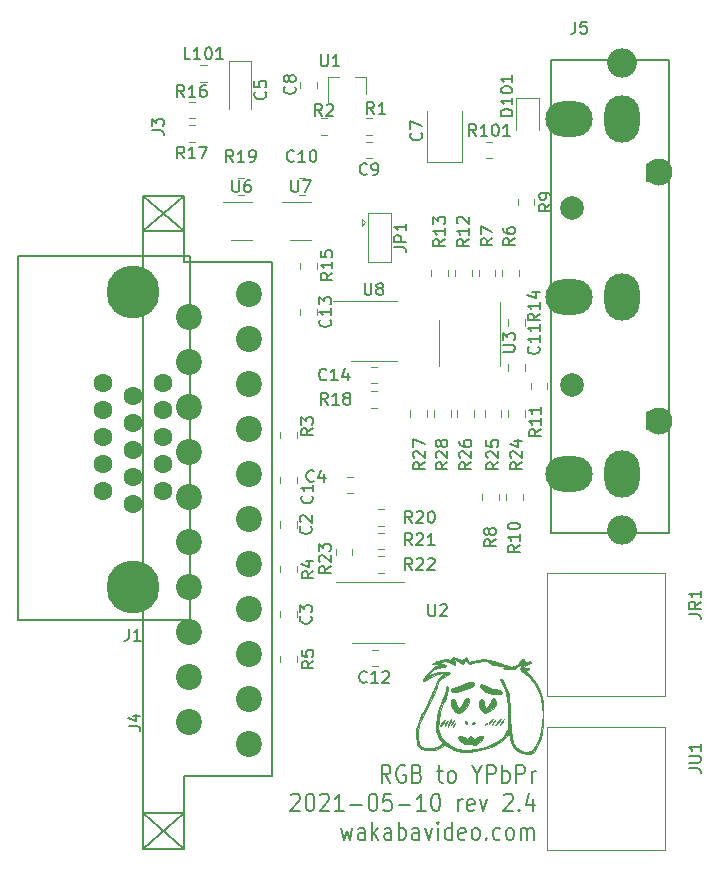
<source format=gbr>
%TF.GenerationSoftware,KiCad,Pcbnew,(6.0.5)*%
%TF.CreationDate,2022-09-09T13:36:58+12:00*%
%TF.ProjectId,RGB-to-component,5247422d-746f-42d6-936f-6d706f6e656e,rev?*%
%TF.SameCoordinates,Original*%
%TF.FileFunction,Legend,Top*%
%TF.FilePolarity,Positive*%
%FSLAX46Y46*%
G04 Gerber Fmt 4.6, Leading zero omitted, Abs format (unit mm)*
G04 Created by KiCad (PCBNEW (6.0.5)) date 2022-09-09 13:36:58*
%MOMM*%
%LPD*%
G01*
G04 APERTURE LIST*
%ADD10C,0.200000*%
%ADD11C,0.150000*%
%ADD12C,0.120000*%
%ADD13C,0.010000*%
%ADD14C,2.200000*%
%ADD15C,2.000000*%
%ADD16C,2.300000*%
%ADD17O,2.500000X2.500000*%
%ADD18O,4.000000X3.000000*%
%ADD19O,3.000000X4.000000*%
%ADD20C,1.600000*%
%ADD21C,4.500000*%
G04 APERTURE END LIST*
D10*
X46327142Y-103163571D02*
X45893809Y-102449285D01*
X45584285Y-103163571D02*
X45584285Y-101663571D01*
X46079523Y-101663571D01*
X46203333Y-101735000D01*
X46265238Y-101806428D01*
X46327142Y-101949285D01*
X46327142Y-102163571D01*
X46265238Y-102306428D01*
X46203333Y-102377857D01*
X46079523Y-102449285D01*
X45584285Y-102449285D01*
X47565238Y-101735000D02*
X47441428Y-101663571D01*
X47255714Y-101663571D01*
X47070000Y-101735000D01*
X46946190Y-101877857D01*
X46884285Y-102020714D01*
X46822380Y-102306428D01*
X46822380Y-102520714D01*
X46884285Y-102806428D01*
X46946190Y-102949285D01*
X47070000Y-103092142D01*
X47255714Y-103163571D01*
X47379523Y-103163571D01*
X47565238Y-103092142D01*
X47627142Y-103020714D01*
X47627142Y-102520714D01*
X47379523Y-102520714D01*
X48617619Y-102377857D02*
X48803333Y-102449285D01*
X48865238Y-102520714D01*
X48927142Y-102663571D01*
X48927142Y-102877857D01*
X48865238Y-103020714D01*
X48803333Y-103092142D01*
X48679523Y-103163571D01*
X48184285Y-103163571D01*
X48184285Y-101663571D01*
X48617619Y-101663571D01*
X48741428Y-101735000D01*
X48803333Y-101806428D01*
X48865238Y-101949285D01*
X48865238Y-102092142D01*
X48803333Y-102235000D01*
X48741428Y-102306428D01*
X48617619Y-102377857D01*
X48184285Y-102377857D01*
X50289047Y-102163571D02*
X50784285Y-102163571D01*
X50474761Y-101663571D02*
X50474761Y-102949285D01*
X50536666Y-103092142D01*
X50660476Y-103163571D01*
X50784285Y-103163571D01*
X51403333Y-103163571D02*
X51279523Y-103092142D01*
X51217619Y-103020714D01*
X51155714Y-102877857D01*
X51155714Y-102449285D01*
X51217619Y-102306428D01*
X51279523Y-102235000D01*
X51403333Y-102163571D01*
X51589047Y-102163571D01*
X51712857Y-102235000D01*
X51774761Y-102306428D01*
X51836666Y-102449285D01*
X51836666Y-102877857D01*
X51774761Y-103020714D01*
X51712857Y-103092142D01*
X51589047Y-103163571D01*
X51403333Y-103163571D01*
X53631904Y-102449285D02*
X53631904Y-103163571D01*
X53198571Y-101663571D02*
X53631904Y-102449285D01*
X54065238Y-101663571D01*
X54498571Y-103163571D02*
X54498571Y-101663571D01*
X54993809Y-101663571D01*
X55117619Y-101735000D01*
X55179523Y-101806428D01*
X55241428Y-101949285D01*
X55241428Y-102163571D01*
X55179523Y-102306428D01*
X55117619Y-102377857D01*
X54993809Y-102449285D01*
X54498571Y-102449285D01*
X55798571Y-103163571D02*
X55798571Y-101663571D01*
X55798571Y-102235000D02*
X55922380Y-102163571D01*
X56170000Y-102163571D01*
X56293809Y-102235000D01*
X56355714Y-102306428D01*
X56417619Y-102449285D01*
X56417619Y-102877857D01*
X56355714Y-103020714D01*
X56293809Y-103092142D01*
X56170000Y-103163571D01*
X55922380Y-103163571D01*
X55798571Y-103092142D01*
X56974761Y-103163571D02*
X56974761Y-101663571D01*
X57470000Y-101663571D01*
X57593809Y-101735000D01*
X57655714Y-101806428D01*
X57717619Y-101949285D01*
X57717619Y-102163571D01*
X57655714Y-102306428D01*
X57593809Y-102377857D01*
X57470000Y-102449285D01*
X56974761Y-102449285D01*
X58274761Y-103163571D02*
X58274761Y-102163571D01*
X58274761Y-102449285D02*
X58336666Y-102306428D01*
X58398571Y-102235000D01*
X58522380Y-102163571D01*
X58646190Y-102163571D01*
X37908095Y-104221428D02*
X37970000Y-104150000D01*
X38093809Y-104078571D01*
X38403333Y-104078571D01*
X38527142Y-104150000D01*
X38589047Y-104221428D01*
X38650952Y-104364285D01*
X38650952Y-104507142D01*
X38589047Y-104721428D01*
X37846190Y-105578571D01*
X38650952Y-105578571D01*
X39455714Y-104078571D02*
X39579523Y-104078571D01*
X39703333Y-104150000D01*
X39765238Y-104221428D01*
X39827142Y-104364285D01*
X39889047Y-104650000D01*
X39889047Y-105007142D01*
X39827142Y-105292857D01*
X39765238Y-105435714D01*
X39703333Y-105507142D01*
X39579523Y-105578571D01*
X39455714Y-105578571D01*
X39331904Y-105507142D01*
X39270000Y-105435714D01*
X39208095Y-105292857D01*
X39146190Y-105007142D01*
X39146190Y-104650000D01*
X39208095Y-104364285D01*
X39270000Y-104221428D01*
X39331904Y-104150000D01*
X39455714Y-104078571D01*
X40384285Y-104221428D02*
X40446190Y-104150000D01*
X40570000Y-104078571D01*
X40879523Y-104078571D01*
X41003333Y-104150000D01*
X41065238Y-104221428D01*
X41127142Y-104364285D01*
X41127142Y-104507142D01*
X41065238Y-104721428D01*
X40322380Y-105578571D01*
X41127142Y-105578571D01*
X42365238Y-105578571D02*
X41622380Y-105578571D01*
X41993809Y-105578571D02*
X41993809Y-104078571D01*
X41870000Y-104292857D01*
X41746190Y-104435714D01*
X41622380Y-104507142D01*
X42922380Y-105007142D02*
X43912857Y-105007142D01*
X44779523Y-104078571D02*
X44903333Y-104078571D01*
X45027142Y-104150000D01*
X45089047Y-104221428D01*
X45150952Y-104364285D01*
X45212857Y-104650000D01*
X45212857Y-105007142D01*
X45150952Y-105292857D01*
X45089047Y-105435714D01*
X45027142Y-105507142D01*
X44903333Y-105578571D01*
X44779523Y-105578571D01*
X44655714Y-105507142D01*
X44593809Y-105435714D01*
X44531904Y-105292857D01*
X44470000Y-105007142D01*
X44470000Y-104650000D01*
X44531904Y-104364285D01*
X44593809Y-104221428D01*
X44655714Y-104150000D01*
X44779523Y-104078571D01*
X46389047Y-104078571D02*
X45770000Y-104078571D01*
X45708095Y-104792857D01*
X45770000Y-104721428D01*
X45893809Y-104650000D01*
X46203333Y-104650000D01*
X46327142Y-104721428D01*
X46389047Y-104792857D01*
X46450952Y-104935714D01*
X46450952Y-105292857D01*
X46389047Y-105435714D01*
X46327142Y-105507142D01*
X46203333Y-105578571D01*
X45893809Y-105578571D01*
X45770000Y-105507142D01*
X45708095Y-105435714D01*
X47008095Y-105007142D02*
X47998571Y-105007142D01*
X49298571Y-105578571D02*
X48555714Y-105578571D01*
X48927142Y-105578571D02*
X48927142Y-104078571D01*
X48803333Y-104292857D01*
X48679523Y-104435714D01*
X48555714Y-104507142D01*
X50103333Y-104078571D02*
X50227142Y-104078571D01*
X50350952Y-104150000D01*
X50412857Y-104221428D01*
X50474761Y-104364285D01*
X50536666Y-104650000D01*
X50536666Y-105007142D01*
X50474761Y-105292857D01*
X50412857Y-105435714D01*
X50350952Y-105507142D01*
X50227142Y-105578571D01*
X50103333Y-105578571D01*
X49979523Y-105507142D01*
X49917619Y-105435714D01*
X49855714Y-105292857D01*
X49793809Y-105007142D01*
X49793809Y-104650000D01*
X49855714Y-104364285D01*
X49917619Y-104221428D01*
X49979523Y-104150000D01*
X50103333Y-104078571D01*
X52084285Y-105578571D02*
X52084285Y-104578571D01*
X52084285Y-104864285D02*
X52146190Y-104721428D01*
X52208095Y-104650000D01*
X52331904Y-104578571D01*
X52455714Y-104578571D01*
X53384285Y-105507142D02*
X53260476Y-105578571D01*
X53012857Y-105578571D01*
X52889047Y-105507142D01*
X52827142Y-105364285D01*
X52827142Y-104792857D01*
X52889047Y-104650000D01*
X53012857Y-104578571D01*
X53260476Y-104578571D01*
X53384285Y-104650000D01*
X53446190Y-104792857D01*
X53446190Y-104935714D01*
X52827142Y-105078571D01*
X53879523Y-104578571D02*
X54189047Y-105578571D01*
X54498571Y-104578571D01*
X55922380Y-104221428D02*
X55984285Y-104150000D01*
X56108095Y-104078571D01*
X56417619Y-104078571D01*
X56541428Y-104150000D01*
X56603333Y-104221428D01*
X56665238Y-104364285D01*
X56665238Y-104507142D01*
X56603333Y-104721428D01*
X55860476Y-105578571D01*
X56665238Y-105578571D01*
X57222380Y-105435714D02*
X57284285Y-105507142D01*
X57222380Y-105578571D01*
X57160476Y-105507142D01*
X57222380Y-105435714D01*
X57222380Y-105578571D01*
X58398571Y-104578571D02*
X58398571Y-105578571D01*
X58089047Y-104007142D02*
X57779523Y-105078571D01*
X58584285Y-105078571D01*
X42117619Y-106993571D02*
X42365238Y-107993571D01*
X42612857Y-107279285D01*
X42860476Y-107993571D01*
X43108095Y-106993571D01*
X44160476Y-107993571D02*
X44160476Y-107207857D01*
X44098571Y-107065000D01*
X43974761Y-106993571D01*
X43727142Y-106993571D01*
X43603333Y-107065000D01*
X44160476Y-107922142D02*
X44036666Y-107993571D01*
X43727142Y-107993571D01*
X43603333Y-107922142D01*
X43541428Y-107779285D01*
X43541428Y-107636428D01*
X43603333Y-107493571D01*
X43727142Y-107422142D01*
X44036666Y-107422142D01*
X44160476Y-107350714D01*
X44779523Y-107993571D02*
X44779523Y-106493571D01*
X44903333Y-107422142D02*
X45274761Y-107993571D01*
X45274761Y-106993571D02*
X44779523Y-107565000D01*
X46389047Y-107993571D02*
X46389047Y-107207857D01*
X46327142Y-107065000D01*
X46203333Y-106993571D01*
X45955714Y-106993571D01*
X45831904Y-107065000D01*
X46389047Y-107922142D02*
X46265238Y-107993571D01*
X45955714Y-107993571D01*
X45831904Y-107922142D01*
X45770000Y-107779285D01*
X45770000Y-107636428D01*
X45831904Y-107493571D01*
X45955714Y-107422142D01*
X46265238Y-107422142D01*
X46389047Y-107350714D01*
X47008095Y-107993571D02*
X47008095Y-106493571D01*
X47008095Y-107065000D02*
X47131904Y-106993571D01*
X47379523Y-106993571D01*
X47503333Y-107065000D01*
X47565238Y-107136428D01*
X47627142Y-107279285D01*
X47627142Y-107707857D01*
X47565238Y-107850714D01*
X47503333Y-107922142D01*
X47379523Y-107993571D01*
X47131904Y-107993571D01*
X47008095Y-107922142D01*
X48741428Y-107993571D02*
X48741428Y-107207857D01*
X48679523Y-107065000D01*
X48555714Y-106993571D01*
X48308095Y-106993571D01*
X48184285Y-107065000D01*
X48741428Y-107922142D02*
X48617619Y-107993571D01*
X48308095Y-107993571D01*
X48184285Y-107922142D01*
X48122380Y-107779285D01*
X48122380Y-107636428D01*
X48184285Y-107493571D01*
X48308095Y-107422142D01*
X48617619Y-107422142D01*
X48741428Y-107350714D01*
X49236666Y-106993571D02*
X49546190Y-107993571D01*
X49855714Y-106993571D01*
X50350952Y-107993571D02*
X50350952Y-106993571D01*
X50350952Y-106493571D02*
X50289047Y-106565000D01*
X50350952Y-106636428D01*
X50412857Y-106565000D01*
X50350952Y-106493571D01*
X50350952Y-106636428D01*
X51527142Y-107993571D02*
X51527142Y-106493571D01*
X51527142Y-107922142D02*
X51403333Y-107993571D01*
X51155714Y-107993571D01*
X51031904Y-107922142D01*
X50970000Y-107850714D01*
X50908095Y-107707857D01*
X50908095Y-107279285D01*
X50970000Y-107136428D01*
X51031904Y-107065000D01*
X51155714Y-106993571D01*
X51403333Y-106993571D01*
X51527142Y-107065000D01*
X52641428Y-107922142D02*
X52517619Y-107993571D01*
X52270000Y-107993571D01*
X52146190Y-107922142D01*
X52084285Y-107779285D01*
X52084285Y-107207857D01*
X52146190Y-107065000D01*
X52270000Y-106993571D01*
X52517619Y-106993571D01*
X52641428Y-107065000D01*
X52703333Y-107207857D01*
X52703333Y-107350714D01*
X52084285Y-107493571D01*
X53446190Y-107993571D02*
X53322380Y-107922142D01*
X53260476Y-107850714D01*
X53198571Y-107707857D01*
X53198571Y-107279285D01*
X53260476Y-107136428D01*
X53322380Y-107065000D01*
X53446190Y-106993571D01*
X53631904Y-106993571D01*
X53755714Y-107065000D01*
X53817619Y-107136428D01*
X53879523Y-107279285D01*
X53879523Y-107707857D01*
X53817619Y-107850714D01*
X53755714Y-107922142D01*
X53631904Y-107993571D01*
X53446190Y-107993571D01*
X54436666Y-107850714D02*
X54498571Y-107922142D01*
X54436666Y-107993571D01*
X54374761Y-107922142D01*
X54436666Y-107850714D01*
X54436666Y-107993571D01*
X55612857Y-107922142D02*
X55489047Y-107993571D01*
X55241428Y-107993571D01*
X55117619Y-107922142D01*
X55055714Y-107850714D01*
X54993809Y-107707857D01*
X54993809Y-107279285D01*
X55055714Y-107136428D01*
X55117619Y-107065000D01*
X55241428Y-106993571D01*
X55489047Y-106993571D01*
X55612857Y-107065000D01*
X56355714Y-107993571D02*
X56231904Y-107922142D01*
X56170000Y-107850714D01*
X56108095Y-107707857D01*
X56108095Y-107279285D01*
X56170000Y-107136428D01*
X56231904Y-107065000D01*
X56355714Y-106993571D01*
X56541428Y-106993571D01*
X56665238Y-107065000D01*
X56727142Y-107136428D01*
X56789047Y-107279285D01*
X56789047Y-107707857D01*
X56727142Y-107850714D01*
X56665238Y-107922142D01*
X56541428Y-107993571D01*
X56355714Y-107993571D01*
X57346190Y-107993571D02*
X57346190Y-106993571D01*
X57346190Y-107136428D02*
X57408095Y-107065000D01*
X57531904Y-106993571D01*
X57717619Y-106993571D01*
X57841428Y-107065000D01*
X57903333Y-107207857D01*
X57903333Y-107993571D01*
X57903333Y-107207857D02*
X57965238Y-107065000D01*
X58089047Y-106993571D01*
X58274761Y-106993571D01*
X58398571Y-107065000D01*
X58460476Y-107207857D01*
X58460476Y-107993571D01*
D11*
X49538095Y-88052380D02*
X49538095Y-88861904D01*
X49585714Y-88957142D01*
X49633333Y-89004761D01*
X49728571Y-89052380D01*
X49919047Y-89052380D01*
X50014285Y-89004761D01*
X50061904Y-88957142D01*
X50109523Y-88861904D01*
X50109523Y-88052380D01*
X50538095Y-88147619D02*
X50585714Y-88100000D01*
X50680952Y-88052380D01*
X50919047Y-88052380D01*
X51014285Y-88100000D01*
X51061904Y-88147619D01*
X51109523Y-88242857D01*
X51109523Y-88338095D01*
X51061904Y-88480952D01*
X50490476Y-89052380D01*
X51109523Y-89052380D01*
X39657142Y-78866666D02*
X39704761Y-78914285D01*
X39752380Y-79057142D01*
X39752380Y-79152380D01*
X39704761Y-79295238D01*
X39609523Y-79390476D01*
X39514285Y-79438095D01*
X39323809Y-79485714D01*
X39180952Y-79485714D01*
X38990476Y-79438095D01*
X38895238Y-79390476D01*
X38800000Y-79295238D01*
X38752380Y-79152380D01*
X38752380Y-79057142D01*
X38800000Y-78914285D01*
X38847619Y-78866666D01*
X39752380Y-77914285D02*
X39752380Y-78485714D01*
X39752380Y-78200000D02*
X38752380Y-78200000D01*
X38895238Y-78295238D01*
X38990476Y-78390476D01*
X39038095Y-78485714D01*
X39557142Y-81466666D02*
X39604761Y-81514285D01*
X39652380Y-81657142D01*
X39652380Y-81752380D01*
X39604761Y-81895238D01*
X39509523Y-81990476D01*
X39414285Y-82038095D01*
X39223809Y-82085714D01*
X39080952Y-82085714D01*
X38890476Y-82038095D01*
X38795238Y-81990476D01*
X38700000Y-81895238D01*
X38652380Y-81752380D01*
X38652380Y-81657142D01*
X38700000Y-81514285D01*
X38747619Y-81466666D01*
X38747619Y-81085714D02*
X38700000Y-81038095D01*
X38652380Y-80942857D01*
X38652380Y-80704761D01*
X38700000Y-80609523D01*
X38747619Y-80561904D01*
X38842857Y-80514285D01*
X38938095Y-80514285D01*
X39080952Y-80561904D01*
X39652380Y-81133333D01*
X39652380Y-80514285D01*
X39557142Y-89066666D02*
X39604761Y-89114285D01*
X39652380Y-89257142D01*
X39652380Y-89352380D01*
X39604761Y-89495238D01*
X39509523Y-89590476D01*
X39414285Y-89638095D01*
X39223809Y-89685714D01*
X39080952Y-89685714D01*
X38890476Y-89638095D01*
X38795238Y-89590476D01*
X38700000Y-89495238D01*
X38652380Y-89352380D01*
X38652380Y-89257142D01*
X38700000Y-89114285D01*
X38747619Y-89066666D01*
X38652380Y-88733333D02*
X38652380Y-88114285D01*
X39033333Y-88447619D01*
X39033333Y-88304761D01*
X39080952Y-88209523D01*
X39128571Y-88161904D01*
X39223809Y-88114285D01*
X39461904Y-88114285D01*
X39557142Y-88161904D01*
X39604761Y-88209523D01*
X39652380Y-88304761D01*
X39652380Y-88590476D01*
X39604761Y-88685714D01*
X39557142Y-88733333D01*
X44933333Y-46552380D02*
X44600000Y-46076190D01*
X44361904Y-46552380D02*
X44361904Y-45552380D01*
X44742857Y-45552380D01*
X44838095Y-45600000D01*
X44885714Y-45647619D01*
X44933333Y-45742857D01*
X44933333Y-45885714D01*
X44885714Y-45980952D01*
X44838095Y-46028571D01*
X44742857Y-46076190D01*
X44361904Y-46076190D01*
X45885714Y-46552380D02*
X45314285Y-46552380D01*
X45600000Y-46552380D02*
X45600000Y-45552380D01*
X45504761Y-45695238D01*
X45409523Y-45790476D01*
X45314285Y-45838095D01*
X40533333Y-46702380D02*
X40200000Y-46226190D01*
X39961904Y-46702380D02*
X39961904Y-45702380D01*
X40342857Y-45702380D01*
X40438095Y-45750000D01*
X40485714Y-45797619D01*
X40533333Y-45892857D01*
X40533333Y-46035714D01*
X40485714Y-46130952D01*
X40438095Y-46178571D01*
X40342857Y-46226190D01*
X39961904Y-46226190D01*
X40914285Y-45797619D02*
X40961904Y-45750000D01*
X41057142Y-45702380D01*
X41295238Y-45702380D01*
X41390476Y-45750000D01*
X41438095Y-45797619D01*
X41485714Y-45892857D01*
X41485714Y-45988095D01*
X41438095Y-46130952D01*
X40866666Y-46702380D01*
X41485714Y-46702380D01*
X39802380Y-92866666D02*
X39326190Y-93200000D01*
X39802380Y-93438095D02*
X38802380Y-93438095D01*
X38802380Y-93057142D01*
X38850000Y-92961904D01*
X38897619Y-92914285D01*
X38992857Y-92866666D01*
X39135714Y-92866666D01*
X39230952Y-92914285D01*
X39278571Y-92961904D01*
X39326190Y-93057142D01*
X39326190Y-93438095D01*
X38802380Y-91961904D02*
X38802380Y-92438095D01*
X39278571Y-92485714D01*
X39230952Y-92438095D01*
X39183333Y-92342857D01*
X39183333Y-92104761D01*
X39230952Y-92009523D01*
X39278571Y-91961904D01*
X39373809Y-91914285D01*
X39611904Y-91914285D01*
X39707142Y-91961904D01*
X39754761Y-92009523D01*
X39802380Y-92104761D01*
X39802380Y-92342857D01*
X39754761Y-92438095D01*
X39707142Y-92485714D01*
X40438095Y-41502380D02*
X40438095Y-42311904D01*
X40485714Y-42407142D01*
X40533333Y-42454761D01*
X40628571Y-42502380D01*
X40819047Y-42502380D01*
X40914285Y-42454761D01*
X40961904Y-42407142D01*
X41009523Y-42311904D01*
X41009523Y-41502380D01*
X42009523Y-42502380D02*
X41438095Y-42502380D01*
X41723809Y-42502380D02*
X41723809Y-41502380D01*
X41628571Y-41645238D01*
X41533333Y-41740476D01*
X41438095Y-41788095D01*
X48907142Y-48166666D02*
X48954761Y-48214285D01*
X49002380Y-48357142D01*
X49002380Y-48452380D01*
X48954761Y-48595238D01*
X48859523Y-48690476D01*
X48764285Y-48738095D01*
X48573809Y-48785714D01*
X48430952Y-48785714D01*
X48240476Y-48738095D01*
X48145238Y-48690476D01*
X48050000Y-48595238D01*
X48002380Y-48452380D01*
X48002380Y-48357142D01*
X48050000Y-48214285D01*
X48097619Y-48166666D01*
X48002380Y-47833333D02*
X48002380Y-47166666D01*
X49002380Y-47595238D01*
X59902380Y-54166666D02*
X59426190Y-54500000D01*
X59902380Y-54738095D02*
X58902380Y-54738095D01*
X58902380Y-54357142D01*
X58950000Y-54261904D01*
X58997619Y-54214285D01*
X59092857Y-54166666D01*
X59235714Y-54166666D01*
X59330952Y-54214285D01*
X59378571Y-54261904D01*
X59426190Y-54357142D01*
X59426190Y-54738095D01*
X59902380Y-53690476D02*
X59902380Y-53500000D01*
X59854761Y-53404761D01*
X59807142Y-53357142D01*
X59664285Y-53261904D01*
X59473809Y-53214285D01*
X59092857Y-53214285D01*
X58997619Y-53261904D01*
X58950000Y-53309523D01*
X58902380Y-53404761D01*
X58902380Y-53595238D01*
X58950000Y-53690476D01*
X58997619Y-53738095D01*
X59092857Y-53785714D01*
X59330952Y-53785714D01*
X59426190Y-53738095D01*
X59473809Y-53690476D01*
X59521428Y-53595238D01*
X59521428Y-53404761D01*
X59473809Y-53309523D01*
X59426190Y-53261904D01*
X59330952Y-53214285D01*
X57252380Y-83042857D02*
X56776190Y-83376190D01*
X57252380Y-83614285D02*
X56252380Y-83614285D01*
X56252380Y-83233333D01*
X56300000Y-83138095D01*
X56347619Y-83090476D01*
X56442857Y-83042857D01*
X56585714Y-83042857D01*
X56680952Y-83090476D01*
X56728571Y-83138095D01*
X56776190Y-83233333D01*
X56776190Y-83614285D01*
X57252380Y-82090476D02*
X57252380Y-82661904D01*
X57252380Y-82376190D02*
X56252380Y-82376190D01*
X56395238Y-82471428D01*
X56490476Y-82566666D01*
X56538095Y-82661904D01*
X56252380Y-81471428D02*
X56252380Y-81376190D01*
X56300000Y-81280952D01*
X56347619Y-81233333D01*
X56442857Y-81185714D01*
X56633333Y-81138095D01*
X56871428Y-81138095D01*
X57061904Y-81185714D01*
X57157142Y-81233333D01*
X57204761Y-81280952D01*
X57252380Y-81376190D01*
X57252380Y-81471428D01*
X57204761Y-81566666D01*
X57157142Y-81614285D01*
X57061904Y-81661904D01*
X56871428Y-81709523D01*
X56633333Y-81709523D01*
X56442857Y-81661904D01*
X56347619Y-81614285D01*
X56300000Y-81566666D01*
X56252380Y-81471428D01*
X24152380Y-98383333D02*
X24866666Y-98383333D01*
X25009523Y-98430952D01*
X25104761Y-98526190D01*
X25152380Y-98669047D01*
X25152380Y-98764285D01*
X24485714Y-97478571D02*
X25152380Y-97478571D01*
X24104761Y-97716666D02*
X24819047Y-97954761D01*
X24819047Y-97335714D01*
X61985266Y-38737160D02*
X61985266Y-39451446D01*
X61937647Y-39594303D01*
X61842409Y-39689541D01*
X61699552Y-39737160D01*
X61604314Y-39737160D01*
X62937647Y-38737160D02*
X62461457Y-38737160D01*
X62413838Y-39213351D01*
X62461457Y-39165732D01*
X62556695Y-39118113D01*
X62794790Y-39118113D01*
X62890028Y-39165732D01*
X62937647Y-39213351D01*
X62985266Y-39308589D01*
X62985266Y-39546684D01*
X62937647Y-39641922D01*
X62890028Y-39689541D01*
X62794790Y-39737160D01*
X62556695Y-39737160D01*
X62461457Y-39689541D01*
X62413838Y-39641922D01*
X38207142Y-44216666D02*
X38254761Y-44264285D01*
X38302380Y-44407142D01*
X38302380Y-44502380D01*
X38254761Y-44645238D01*
X38159523Y-44740476D01*
X38064285Y-44788095D01*
X37873809Y-44835714D01*
X37730952Y-44835714D01*
X37540476Y-44788095D01*
X37445238Y-44740476D01*
X37350000Y-44645238D01*
X37302380Y-44502380D01*
X37302380Y-44407142D01*
X37350000Y-44264285D01*
X37397619Y-44216666D01*
X37730952Y-43645238D02*
X37683333Y-43740476D01*
X37635714Y-43788095D01*
X37540476Y-43835714D01*
X37492857Y-43835714D01*
X37397619Y-43788095D01*
X37350000Y-43740476D01*
X37302380Y-43645238D01*
X37302380Y-43454761D01*
X37350000Y-43359523D01*
X37397619Y-43311904D01*
X37492857Y-43264285D01*
X37540476Y-43264285D01*
X37635714Y-43311904D01*
X37683333Y-43359523D01*
X37730952Y-43454761D01*
X37730952Y-43645238D01*
X37778571Y-43740476D01*
X37826190Y-43788095D01*
X37921428Y-43835714D01*
X38111904Y-43835714D01*
X38207142Y-43788095D01*
X38254761Y-43740476D01*
X38302380Y-43645238D01*
X38302380Y-43454761D01*
X38254761Y-43359523D01*
X38207142Y-43311904D01*
X38111904Y-43264285D01*
X37921428Y-43264285D01*
X37826190Y-43311904D01*
X37778571Y-43359523D01*
X37730952Y-43454761D01*
X44333333Y-51607142D02*
X44285714Y-51654761D01*
X44142857Y-51702380D01*
X44047619Y-51702380D01*
X43904761Y-51654761D01*
X43809523Y-51559523D01*
X43761904Y-51464285D01*
X43714285Y-51273809D01*
X43714285Y-51130952D01*
X43761904Y-50940476D01*
X43809523Y-50845238D01*
X43904761Y-50750000D01*
X44047619Y-50702380D01*
X44142857Y-50702380D01*
X44285714Y-50750000D01*
X44333333Y-50797619D01*
X44809523Y-51702380D02*
X45000000Y-51702380D01*
X45095238Y-51654761D01*
X45142857Y-51607142D01*
X45238095Y-51464285D01*
X45285714Y-51273809D01*
X45285714Y-50892857D01*
X45238095Y-50797619D01*
X45190476Y-50750000D01*
X45095238Y-50702380D01*
X44904761Y-50702380D01*
X44809523Y-50750000D01*
X44761904Y-50797619D01*
X44714285Y-50892857D01*
X44714285Y-51130952D01*
X44761904Y-51226190D01*
X44809523Y-51273809D01*
X44904761Y-51321428D01*
X45095238Y-51321428D01*
X45190476Y-51273809D01*
X45238095Y-51226190D01*
X45285714Y-51130952D01*
X38157142Y-50507142D02*
X38109523Y-50554761D01*
X37966666Y-50602380D01*
X37871428Y-50602380D01*
X37728571Y-50554761D01*
X37633333Y-50459523D01*
X37585714Y-50364285D01*
X37538095Y-50173809D01*
X37538095Y-50030952D01*
X37585714Y-49840476D01*
X37633333Y-49745238D01*
X37728571Y-49650000D01*
X37871428Y-49602380D01*
X37966666Y-49602380D01*
X38109523Y-49650000D01*
X38157142Y-49697619D01*
X39109523Y-50602380D02*
X38538095Y-50602380D01*
X38823809Y-50602380D02*
X38823809Y-49602380D01*
X38728571Y-49745238D01*
X38633333Y-49840476D01*
X38538095Y-49888095D01*
X39728571Y-49602380D02*
X39823809Y-49602380D01*
X39919047Y-49650000D01*
X39966666Y-49697619D01*
X40014285Y-49792857D01*
X40061904Y-49983333D01*
X40061904Y-50221428D01*
X40014285Y-50411904D01*
X39966666Y-50507142D01*
X39919047Y-50554761D01*
X39823809Y-50602380D01*
X39728571Y-50602380D01*
X39633333Y-50554761D01*
X39585714Y-50507142D01*
X39538095Y-50411904D01*
X39490476Y-50221428D01*
X39490476Y-49983333D01*
X39538095Y-49792857D01*
X39585714Y-49697619D01*
X39633333Y-49650000D01*
X39728571Y-49602380D01*
X44307142Y-94607142D02*
X44259523Y-94654761D01*
X44116666Y-94702380D01*
X44021428Y-94702380D01*
X43878571Y-94654761D01*
X43783333Y-94559523D01*
X43735714Y-94464285D01*
X43688095Y-94273809D01*
X43688095Y-94130952D01*
X43735714Y-93940476D01*
X43783333Y-93845238D01*
X43878571Y-93750000D01*
X44021428Y-93702380D01*
X44116666Y-93702380D01*
X44259523Y-93750000D01*
X44307142Y-93797619D01*
X45259523Y-94702380D02*
X44688095Y-94702380D01*
X44973809Y-94702380D02*
X44973809Y-93702380D01*
X44878571Y-93845238D01*
X44783333Y-93940476D01*
X44688095Y-93988095D01*
X45640476Y-93797619D02*
X45688095Y-93750000D01*
X45783333Y-93702380D01*
X46021428Y-93702380D01*
X46116666Y-93750000D01*
X46164285Y-93797619D01*
X46211904Y-93892857D01*
X46211904Y-93988095D01*
X46164285Y-94130952D01*
X45592857Y-94702380D01*
X46211904Y-94702380D01*
X41207142Y-63942857D02*
X41254761Y-63990476D01*
X41302380Y-64133333D01*
X41302380Y-64228571D01*
X41254761Y-64371428D01*
X41159523Y-64466666D01*
X41064285Y-64514285D01*
X40873809Y-64561904D01*
X40730952Y-64561904D01*
X40540476Y-64514285D01*
X40445238Y-64466666D01*
X40350000Y-64371428D01*
X40302380Y-64228571D01*
X40302380Y-64133333D01*
X40350000Y-63990476D01*
X40397619Y-63942857D01*
X41302380Y-62990476D02*
X41302380Y-63561904D01*
X41302380Y-63276190D02*
X40302380Y-63276190D01*
X40445238Y-63371428D01*
X40540476Y-63466666D01*
X40588095Y-63561904D01*
X40302380Y-62657142D02*
X40302380Y-62038095D01*
X40683333Y-62371428D01*
X40683333Y-62228571D01*
X40730952Y-62133333D01*
X40778571Y-62085714D01*
X40873809Y-62038095D01*
X41111904Y-62038095D01*
X41207142Y-62085714D01*
X41254761Y-62133333D01*
X41302380Y-62228571D01*
X41302380Y-62514285D01*
X41254761Y-62609523D01*
X41207142Y-62657142D01*
X26134380Y-47933333D02*
X26848666Y-47933333D01*
X26991523Y-47980952D01*
X27086761Y-48076190D01*
X27134380Y-48219047D01*
X27134380Y-48314285D01*
X26134380Y-47552380D02*
X26134380Y-46933333D01*
X26515333Y-47266666D01*
X26515333Y-47123809D01*
X26562952Y-47028571D01*
X26610571Y-46980952D01*
X26705809Y-46933333D01*
X26943904Y-46933333D01*
X27039142Y-46980952D01*
X27086761Y-47028571D01*
X27134380Y-47123809D01*
X27134380Y-47409523D01*
X27086761Y-47504761D01*
X27039142Y-47552380D01*
X41402380Y-59992857D02*
X40926190Y-60326190D01*
X41402380Y-60564285D02*
X40402380Y-60564285D01*
X40402380Y-60183333D01*
X40450000Y-60088095D01*
X40497619Y-60040476D01*
X40592857Y-59992857D01*
X40735714Y-59992857D01*
X40830952Y-60040476D01*
X40878571Y-60088095D01*
X40926190Y-60183333D01*
X40926190Y-60564285D01*
X41402380Y-59040476D02*
X41402380Y-59611904D01*
X41402380Y-59326190D02*
X40402380Y-59326190D01*
X40545238Y-59421428D01*
X40640476Y-59516666D01*
X40688095Y-59611904D01*
X40402380Y-58135714D02*
X40402380Y-58611904D01*
X40878571Y-58659523D01*
X40830952Y-58611904D01*
X40783333Y-58516666D01*
X40783333Y-58278571D01*
X40830952Y-58183333D01*
X40878571Y-58135714D01*
X40973809Y-58088095D01*
X41211904Y-58088095D01*
X41307142Y-58135714D01*
X41354761Y-58183333D01*
X41402380Y-58278571D01*
X41402380Y-58516666D01*
X41354761Y-58611904D01*
X41307142Y-58659523D01*
X28857142Y-45102380D02*
X28523809Y-44626190D01*
X28285714Y-45102380D02*
X28285714Y-44102380D01*
X28666666Y-44102380D01*
X28761904Y-44150000D01*
X28809523Y-44197619D01*
X28857142Y-44292857D01*
X28857142Y-44435714D01*
X28809523Y-44530952D01*
X28761904Y-44578571D01*
X28666666Y-44626190D01*
X28285714Y-44626190D01*
X29809523Y-45102380D02*
X29238095Y-45102380D01*
X29523809Y-45102380D02*
X29523809Y-44102380D01*
X29428571Y-44245238D01*
X29333333Y-44340476D01*
X29238095Y-44388095D01*
X30666666Y-44102380D02*
X30476190Y-44102380D01*
X30380952Y-44150000D01*
X30333333Y-44197619D01*
X30238095Y-44340476D01*
X30190476Y-44530952D01*
X30190476Y-44911904D01*
X30238095Y-45007142D01*
X30285714Y-45054761D01*
X30380952Y-45102380D01*
X30571428Y-45102380D01*
X30666666Y-45054761D01*
X30714285Y-45007142D01*
X30761904Y-44911904D01*
X30761904Y-44673809D01*
X30714285Y-44578571D01*
X30666666Y-44530952D01*
X30571428Y-44483333D01*
X30380952Y-44483333D01*
X30285714Y-44530952D01*
X30238095Y-44578571D01*
X30190476Y-44673809D01*
X28857142Y-50302380D02*
X28523809Y-49826190D01*
X28285714Y-50302380D02*
X28285714Y-49302380D01*
X28666666Y-49302380D01*
X28761904Y-49350000D01*
X28809523Y-49397619D01*
X28857142Y-49492857D01*
X28857142Y-49635714D01*
X28809523Y-49730952D01*
X28761904Y-49778571D01*
X28666666Y-49826190D01*
X28285714Y-49826190D01*
X29809523Y-50302380D02*
X29238095Y-50302380D01*
X29523809Y-50302380D02*
X29523809Y-49302380D01*
X29428571Y-49445238D01*
X29333333Y-49540476D01*
X29238095Y-49588095D01*
X30142857Y-49302380D02*
X30809523Y-49302380D01*
X30380952Y-50302380D01*
X32938095Y-52152380D02*
X32938095Y-52961904D01*
X32985714Y-53057142D01*
X33033333Y-53104761D01*
X33128571Y-53152380D01*
X33319047Y-53152380D01*
X33414285Y-53104761D01*
X33461904Y-53057142D01*
X33509523Y-52961904D01*
X33509523Y-52152380D01*
X34414285Y-52152380D02*
X34223809Y-52152380D01*
X34128571Y-52200000D01*
X34080952Y-52247619D01*
X33985714Y-52390476D01*
X33938095Y-52580952D01*
X33938095Y-52961904D01*
X33985714Y-53057142D01*
X34033333Y-53104761D01*
X34128571Y-53152380D01*
X34319047Y-53152380D01*
X34414285Y-53104761D01*
X34461904Y-53057142D01*
X34509523Y-52961904D01*
X34509523Y-52723809D01*
X34461904Y-52628571D01*
X34414285Y-52580952D01*
X34319047Y-52533333D01*
X34128571Y-52533333D01*
X34033333Y-52580952D01*
X33985714Y-52628571D01*
X33938095Y-52723809D01*
X37938095Y-52152380D02*
X37938095Y-52961904D01*
X37985714Y-53057142D01*
X38033333Y-53104761D01*
X38128571Y-53152380D01*
X38319047Y-53152380D01*
X38414285Y-53104761D01*
X38461904Y-53057142D01*
X38509523Y-52961904D01*
X38509523Y-52152380D01*
X38890476Y-52152380D02*
X39557142Y-52152380D01*
X39128571Y-53152380D01*
X44138095Y-60852380D02*
X44138095Y-61661904D01*
X44185714Y-61757142D01*
X44233333Y-61804761D01*
X44328571Y-61852380D01*
X44519047Y-61852380D01*
X44614285Y-61804761D01*
X44661904Y-61757142D01*
X44709523Y-61661904D01*
X44709523Y-60852380D01*
X45328571Y-61280952D02*
X45233333Y-61233333D01*
X45185714Y-61185714D01*
X45138095Y-61090476D01*
X45138095Y-61042857D01*
X45185714Y-60947619D01*
X45233333Y-60900000D01*
X45328571Y-60852380D01*
X45519047Y-60852380D01*
X45614285Y-60900000D01*
X45661904Y-60947619D01*
X45709523Y-61042857D01*
X45709523Y-61090476D01*
X45661904Y-61185714D01*
X45614285Y-61233333D01*
X45519047Y-61280952D01*
X45328571Y-61280952D01*
X45233333Y-61328571D01*
X45185714Y-61376190D01*
X45138095Y-61471428D01*
X45138095Y-61661904D01*
X45185714Y-61757142D01*
X45233333Y-61804761D01*
X45328571Y-61852380D01*
X45519047Y-61852380D01*
X45614285Y-61804761D01*
X45661904Y-61757142D01*
X45709523Y-61661904D01*
X45709523Y-61471428D01*
X45661904Y-61376190D01*
X45614285Y-61328571D01*
X45519047Y-61280952D01*
X24171746Y-90154660D02*
X24171746Y-90868946D01*
X24124127Y-91011803D01*
X24028889Y-91107041D01*
X23886032Y-91154660D01*
X23790794Y-91154660D01*
X25171746Y-91154660D02*
X24600318Y-91154660D01*
X24886032Y-91154660D02*
X24886032Y-90154660D01*
X24790794Y-90297518D01*
X24695556Y-90392756D01*
X24600318Y-90440375D01*
X40907142Y-69007142D02*
X40859523Y-69054761D01*
X40716666Y-69102380D01*
X40621428Y-69102380D01*
X40478571Y-69054761D01*
X40383333Y-68959523D01*
X40335714Y-68864285D01*
X40288095Y-68673809D01*
X40288095Y-68530952D01*
X40335714Y-68340476D01*
X40383333Y-68245238D01*
X40478571Y-68150000D01*
X40621428Y-68102380D01*
X40716666Y-68102380D01*
X40859523Y-68150000D01*
X40907142Y-68197619D01*
X41859523Y-69102380D02*
X41288095Y-69102380D01*
X41573809Y-69102380D02*
X41573809Y-68102380D01*
X41478571Y-68245238D01*
X41383333Y-68340476D01*
X41288095Y-68388095D01*
X42716666Y-68435714D02*
X42716666Y-69102380D01*
X42478571Y-68054761D02*
X42240476Y-68769047D01*
X42859523Y-68769047D01*
X41007142Y-71152380D02*
X40673809Y-70676190D01*
X40435714Y-71152380D02*
X40435714Y-70152380D01*
X40816666Y-70152380D01*
X40911904Y-70200000D01*
X40959523Y-70247619D01*
X41007142Y-70342857D01*
X41007142Y-70485714D01*
X40959523Y-70580952D01*
X40911904Y-70628571D01*
X40816666Y-70676190D01*
X40435714Y-70676190D01*
X41959523Y-71152380D02*
X41388095Y-71152380D01*
X41673809Y-71152380D02*
X41673809Y-70152380D01*
X41578571Y-70295238D01*
X41483333Y-70390476D01*
X41388095Y-70438095D01*
X42530952Y-70580952D02*
X42435714Y-70533333D01*
X42388095Y-70485714D01*
X42340476Y-70390476D01*
X42340476Y-70342857D01*
X42388095Y-70247619D01*
X42435714Y-70200000D01*
X42530952Y-70152380D01*
X42721428Y-70152380D01*
X42816666Y-70200000D01*
X42864285Y-70247619D01*
X42911904Y-70342857D01*
X42911904Y-70390476D01*
X42864285Y-70485714D01*
X42816666Y-70533333D01*
X42721428Y-70580952D01*
X42530952Y-70580952D01*
X42435714Y-70628571D01*
X42388095Y-70676190D01*
X42340476Y-70771428D01*
X42340476Y-70961904D01*
X42388095Y-71057142D01*
X42435714Y-71104761D01*
X42530952Y-71152380D01*
X42721428Y-71152380D01*
X42816666Y-71104761D01*
X42864285Y-71057142D01*
X42911904Y-70961904D01*
X42911904Y-70771428D01*
X42864285Y-70676190D01*
X42816666Y-70628571D01*
X42721428Y-70580952D01*
X33007142Y-50602380D02*
X32673809Y-50126190D01*
X32435714Y-50602380D02*
X32435714Y-49602380D01*
X32816666Y-49602380D01*
X32911904Y-49650000D01*
X32959523Y-49697619D01*
X33007142Y-49792857D01*
X33007142Y-49935714D01*
X32959523Y-50030952D01*
X32911904Y-50078571D01*
X32816666Y-50126190D01*
X32435714Y-50126190D01*
X33959523Y-50602380D02*
X33388095Y-50602380D01*
X33673809Y-50602380D02*
X33673809Y-49602380D01*
X33578571Y-49745238D01*
X33483333Y-49840476D01*
X33388095Y-49888095D01*
X34435714Y-50602380D02*
X34626190Y-50602380D01*
X34721428Y-50554761D01*
X34769047Y-50507142D01*
X34864285Y-50364285D01*
X34911904Y-50173809D01*
X34911904Y-49792857D01*
X34864285Y-49697619D01*
X34816666Y-49650000D01*
X34721428Y-49602380D01*
X34530952Y-49602380D01*
X34435714Y-49650000D01*
X34388095Y-49697619D01*
X34340476Y-49792857D01*
X34340476Y-50030952D01*
X34388095Y-50126190D01*
X34435714Y-50173809D01*
X34530952Y-50221428D01*
X34721428Y-50221428D01*
X34816666Y-50173809D01*
X34864285Y-50126190D01*
X34911904Y-50030952D01*
X71592380Y-88893333D02*
X72306666Y-88893333D01*
X72449523Y-88940952D01*
X72544761Y-89036190D01*
X72592380Y-89179047D01*
X72592380Y-89274285D01*
X72592380Y-87845714D02*
X72116190Y-88179047D01*
X72592380Y-88417142D02*
X71592380Y-88417142D01*
X71592380Y-88036190D01*
X71640000Y-87940952D01*
X71687619Y-87893333D01*
X71782857Y-87845714D01*
X71925714Y-87845714D01*
X72020952Y-87893333D01*
X72068571Y-87940952D01*
X72116190Y-88036190D01*
X72116190Y-88417142D01*
X72592380Y-86893333D02*
X72592380Y-87464761D01*
X72592380Y-87179047D02*
X71592380Y-87179047D01*
X71735238Y-87274285D01*
X71830476Y-87369523D01*
X71878095Y-87464761D01*
X71592380Y-101937142D02*
X72306666Y-101937142D01*
X72449523Y-101984761D01*
X72544761Y-102080000D01*
X72592380Y-102222857D01*
X72592380Y-102318095D01*
X71592380Y-101460952D02*
X72401904Y-101460952D01*
X72497142Y-101413333D01*
X72544761Y-101365714D01*
X72592380Y-101270476D01*
X72592380Y-101080000D01*
X72544761Y-100984761D01*
X72497142Y-100937142D01*
X72401904Y-100889523D01*
X71592380Y-100889523D01*
X72592380Y-99889523D02*
X72592380Y-100460952D01*
X72592380Y-100175238D02*
X71592380Y-100175238D01*
X71735238Y-100270476D01*
X71830476Y-100365714D01*
X71878095Y-100460952D01*
X48157142Y-81152380D02*
X47823809Y-80676190D01*
X47585714Y-81152380D02*
X47585714Y-80152380D01*
X47966666Y-80152380D01*
X48061904Y-80200000D01*
X48109523Y-80247619D01*
X48157142Y-80342857D01*
X48157142Y-80485714D01*
X48109523Y-80580952D01*
X48061904Y-80628571D01*
X47966666Y-80676190D01*
X47585714Y-80676190D01*
X48538095Y-80247619D02*
X48585714Y-80200000D01*
X48680952Y-80152380D01*
X48919047Y-80152380D01*
X49014285Y-80200000D01*
X49061904Y-80247619D01*
X49109523Y-80342857D01*
X49109523Y-80438095D01*
X49061904Y-80580952D01*
X48490476Y-81152380D01*
X49109523Y-81152380D01*
X49728571Y-80152380D02*
X49823809Y-80152380D01*
X49919047Y-80200000D01*
X49966666Y-80247619D01*
X50014285Y-80342857D01*
X50061904Y-80533333D01*
X50061904Y-80771428D01*
X50014285Y-80961904D01*
X49966666Y-81057142D01*
X49919047Y-81104761D01*
X49823809Y-81152380D01*
X49728571Y-81152380D01*
X49633333Y-81104761D01*
X49585714Y-81057142D01*
X49538095Y-80961904D01*
X49490476Y-80771428D01*
X49490476Y-80533333D01*
X49538095Y-80342857D01*
X49585714Y-80247619D01*
X49633333Y-80200000D01*
X49728571Y-80152380D01*
X48157142Y-83052380D02*
X47823809Y-82576190D01*
X47585714Y-83052380D02*
X47585714Y-82052380D01*
X47966666Y-82052380D01*
X48061904Y-82100000D01*
X48109523Y-82147619D01*
X48157142Y-82242857D01*
X48157142Y-82385714D01*
X48109523Y-82480952D01*
X48061904Y-82528571D01*
X47966666Y-82576190D01*
X47585714Y-82576190D01*
X48538095Y-82147619D02*
X48585714Y-82100000D01*
X48680952Y-82052380D01*
X48919047Y-82052380D01*
X49014285Y-82100000D01*
X49061904Y-82147619D01*
X49109523Y-82242857D01*
X49109523Y-82338095D01*
X49061904Y-82480952D01*
X48490476Y-83052380D01*
X49109523Y-83052380D01*
X50061904Y-83052380D02*
X49490476Y-83052380D01*
X49776190Y-83052380D02*
X49776190Y-82052380D01*
X49680952Y-82195238D01*
X49585714Y-82290476D01*
X49490476Y-82338095D01*
X48157142Y-85152380D02*
X47823809Y-84676190D01*
X47585714Y-85152380D02*
X47585714Y-84152380D01*
X47966666Y-84152380D01*
X48061904Y-84200000D01*
X48109523Y-84247619D01*
X48157142Y-84342857D01*
X48157142Y-84485714D01*
X48109523Y-84580952D01*
X48061904Y-84628571D01*
X47966666Y-84676190D01*
X47585714Y-84676190D01*
X48538095Y-84247619D02*
X48585714Y-84200000D01*
X48680952Y-84152380D01*
X48919047Y-84152380D01*
X49014285Y-84200000D01*
X49061904Y-84247619D01*
X49109523Y-84342857D01*
X49109523Y-84438095D01*
X49061904Y-84580952D01*
X48490476Y-85152380D01*
X49109523Y-85152380D01*
X49490476Y-84247619D02*
X49538095Y-84200000D01*
X49633333Y-84152380D01*
X49871428Y-84152380D01*
X49966666Y-84200000D01*
X50014285Y-84247619D01*
X50061904Y-84342857D01*
X50061904Y-84438095D01*
X50014285Y-84580952D01*
X49442857Y-85152380D01*
X50061904Y-85152380D01*
X41252380Y-84842857D02*
X40776190Y-85176190D01*
X41252380Y-85414285D02*
X40252380Y-85414285D01*
X40252380Y-85033333D01*
X40300000Y-84938095D01*
X40347619Y-84890476D01*
X40442857Y-84842857D01*
X40585714Y-84842857D01*
X40680952Y-84890476D01*
X40728571Y-84938095D01*
X40776190Y-85033333D01*
X40776190Y-85414285D01*
X40347619Y-84461904D02*
X40300000Y-84414285D01*
X40252380Y-84319047D01*
X40252380Y-84080952D01*
X40300000Y-83985714D01*
X40347619Y-83938095D01*
X40442857Y-83890476D01*
X40538095Y-83890476D01*
X40680952Y-83938095D01*
X41252380Y-84509523D01*
X41252380Y-83890476D01*
X40252380Y-83557142D02*
X40252380Y-82938095D01*
X40633333Y-83271428D01*
X40633333Y-83128571D01*
X40680952Y-83033333D01*
X40728571Y-82985714D01*
X40823809Y-82938095D01*
X41061904Y-82938095D01*
X41157142Y-82985714D01*
X41204761Y-83033333D01*
X41252380Y-83128571D01*
X41252380Y-83414285D01*
X41204761Y-83509523D01*
X41157142Y-83557142D01*
X56852380Y-57066666D02*
X56376190Y-57400000D01*
X56852380Y-57638095D02*
X55852380Y-57638095D01*
X55852380Y-57257142D01*
X55900000Y-57161904D01*
X55947619Y-57114285D01*
X56042857Y-57066666D01*
X56185714Y-57066666D01*
X56280952Y-57114285D01*
X56328571Y-57161904D01*
X56376190Y-57257142D01*
X56376190Y-57638095D01*
X55852380Y-56209523D02*
X55852380Y-56400000D01*
X55900000Y-56495238D01*
X55947619Y-56542857D01*
X56090476Y-56638095D01*
X56280952Y-56685714D01*
X56661904Y-56685714D01*
X56757142Y-56638095D01*
X56804761Y-56590476D01*
X56852380Y-56495238D01*
X56852380Y-56304761D01*
X56804761Y-56209523D01*
X56757142Y-56161904D01*
X56661904Y-56114285D01*
X56423809Y-56114285D01*
X56328571Y-56161904D01*
X56280952Y-56209523D01*
X56233333Y-56304761D01*
X56233333Y-56495238D01*
X56280952Y-56590476D01*
X56328571Y-56638095D01*
X56423809Y-56685714D01*
X54952380Y-57066666D02*
X54476190Y-57400000D01*
X54952380Y-57638095D02*
X53952380Y-57638095D01*
X53952380Y-57257142D01*
X54000000Y-57161904D01*
X54047619Y-57114285D01*
X54142857Y-57066666D01*
X54285714Y-57066666D01*
X54380952Y-57114285D01*
X54428571Y-57161904D01*
X54476190Y-57257142D01*
X54476190Y-57638095D01*
X53952380Y-56733333D02*
X53952380Y-56066666D01*
X54952380Y-56495238D01*
X52952380Y-57142857D02*
X52476190Y-57476190D01*
X52952380Y-57714285D02*
X51952380Y-57714285D01*
X51952380Y-57333333D01*
X52000000Y-57238095D01*
X52047619Y-57190476D01*
X52142857Y-57142857D01*
X52285714Y-57142857D01*
X52380952Y-57190476D01*
X52428571Y-57238095D01*
X52476190Y-57333333D01*
X52476190Y-57714285D01*
X52952380Y-56190476D02*
X52952380Y-56761904D01*
X52952380Y-56476190D02*
X51952380Y-56476190D01*
X52095238Y-56571428D01*
X52190476Y-56666666D01*
X52238095Y-56761904D01*
X52047619Y-55809523D02*
X52000000Y-55761904D01*
X51952380Y-55666666D01*
X51952380Y-55428571D01*
X52000000Y-55333333D01*
X52047619Y-55285714D01*
X52142857Y-55238095D01*
X52238095Y-55238095D01*
X52380952Y-55285714D01*
X52952380Y-55857142D01*
X52952380Y-55238095D01*
X50952380Y-57142857D02*
X50476190Y-57476190D01*
X50952380Y-57714285D02*
X49952380Y-57714285D01*
X49952380Y-57333333D01*
X50000000Y-57238095D01*
X50047619Y-57190476D01*
X50142857Y-57142857D01*
X50285714Y-57142857D01*
X50380952Y-57190476D01*
X50428571Y-57238095D01*
X50476190Y-57333333D01*
X50476190Y-57714285D01*
X50952380Y-56190476D02*
X50952380Y-56761904D01*
X50952380Y-56476190D02*
X49952380Y-56476190D01*
X50095238Y-56571428D01*
X50190476Y-56666666D01*
X50238095Y-56761904D01*
X49952380Y-55857142D02*
X49952380Y-55238095D01*
X50333333Y-55571428D01*
X50333333Y-55428571D01*
X50380952Y-55333333D01*
X50428571Y-55285714D01*
X50523809Y-55238095D01*
X50761904Y-55238095D01*
X50857142Y-55285714D01*
X50904761Y-55333333D01*
X50952380Y-55428571D01*
X50952380Y-55714285D01*
X50904761Y-55809523D01*
X50857142Y-55857142D01*
X58952380Y-63442857D02*
X58476190Y-63776190D01*
X58952380Y-64014285D02*
X57952380Y-64014285D01*
X57952380Y-63633333D01*
X58000000Y-63538095D01*
X58047619Y-63490476D01*
X58142857Y-63442857D01*
X58285714Y-63442857D01*
X58380952Y-63490476D01*
X58428571Y-63538095D01*
X58476190Y-63633333D01*
X58476190Y-64014285D01*
X58952380Y-62490476D02*
X58952380Y-63061904D01*
X58952380Y-62776190D02*
X57952380Y-62776190D01*
X58095238Y-62871428D01*
X58190476Y-62966666D01*
X58238095Y-63061904D01*
X58285714Y-61633333D02*
X58952380Y-61633333D01*
X57904761Y-61871428D02*
X58619047Y-62109523D01*
X58619047Y-61490476D01*
X57452380Y-76042857D02*
X56976190Y-76376190D01*
X57452380Y-76614285D02*
X56452380Y-76614285D01*
X56452380Y-76233333D01*
X56500000Y-76138095D01*
X56547619Y-76090476D01*
X56642857Y-76042857D01*
X56785714Y-76042857D01*
X56880952Y-76090476D01*
X56928571Y-76138095D01*
X56976190Y-76233333D01*
X56976190Y-76614285D01*
X56547619Y-75661904D02*
X56500000Y-75614285D01*
X56452380Y-75519047D01*
X56452380Y-75280952D01*
X56500000Y-75185714D01*
X56547619Y-75138095D01*
X56642857Y-75090476D01*
X56738095Y-75090476D01*
X56880952Y-75138095D01*
X57452380Y-75709523D01*
X57452380Y-75090476D01*
X56785714Y-74233333D02*
X57452380Y-74233333D01*
X56404761Y-74471428D02*
X57119047Y-74709523D01*
X57119047Y-74090476D01*
X55452380Y-76042857D02*
X54976190Y-76376190D01*
X55452380Y-76614285D02*
X54452380Y-76614285D01*
X54452380Y-76233333D01*
X54500000Y-76138095D01*
X54547619Y-76090476D01*
X54642857Y-76042857D01*
X54785714Y-76042857D01*
X54880952Y-76090476D01*
X54928571Y-76138095D01*
X54976190Y-76233333D01*
X54976190Y-76614285D01*
X54547619Y-75661904D02*
X54500000Y-75614285D01*
X54452380Y-75519047D01*
X54452380Y-75280952D01*
X54500000Y-75185714D01*
X54547619Y-75138095D01*
X54642857Y-75090476D01*
X54738095Y-75090476D01*
X54880952Y-75138095D01*
X55452380Y-75709523D01*
X55452380Y-75090476D01*
X54452380Y-74185714D02*
X54452380Y-74661904D01*
X54928571Y-74709523D01*
X54880952Y-74661904D01*
X54833333Y-74566666D01*
X54833333Y-74328571D01*
X54880952Y-74233333D01*
X54928571Y-74185714D01*
X55023809Y-74138095D01*
X55261904Y-74138095D01*
X55357142Y-74185714D01*
X55404761Y-74233333D01*
X55452380Y-74328571D01*
X55452380Y-74566666D01*
X55404761Y-74661904D01*
X55357142Y-74709523D01*
X53152380Y-76042857D02*
X52676190Y-76376190D01*
X53152380Y-76614285D02*
X52152380Y-76614285D01*
X52152380Y-76233333D01*
X52200000Y-76138095D01*
X52247619Y-76090476D01*
X52342857Y-76042857D01*
X52485714Y-76042857D01*
X52580952Y-76090476D01*
X52628571Y-76138095D01*
X52676190Y-76233333D01*
X52676190Y-76614285D01*
X52247619Y-75661904D02*
X52200000Y-75614285D01*
X52152380Y-75519047D01*
X52152380Y-75280952D01*
X52200000Y-75185714D01*
X52247619Y-75138095D01*
X52342857Y-75090476D01*
X52438095Y-75090476D01*
X52580952Y-75138095D01*
X53152380Y-75709523D01*
X53152380Y-75090476D01*
X52152380Y-74233333D02*
X52152380Y-74423809D01*
X52200000Y-74519047D01*
X52247619Y-74566666D01*
X52390476Y-74661904D01*
X52580952Y-74709523D01*
X52961904Y-74709523D01*
X53057142Y-74661904D01*
X53104761Y-74614285D01*
X53152380Y-74519047D01*
X53152380Y-74328571D01*
X53104761Y-74233333D01*
X53057142Y-74185714D01*
X52961904Y-74138095D01*
X52723809Y-74138095D01*
X52628571Y-74185714D01*
X52580952Y-74233333D01*
X52533333Y-74328571D01*
X52533333Y-74519047D01*
X52580952Y-74614285D01*
X52628571Y-74661904D01*
X52723809Y-74709523D01*
X49252380Y-76042857D02*
X48776190Y-76376190D01*
X49252380Y-76614285D02*
X48252380Y-76614285D01*
X48252380Y-76233333D01*
X48300000Y-76138095D01*
X48347619Y-76090476D01*
X48442857Y-76042857D01*
X48585714Y-76042857D01*
X48680952Y-76090476D01*
X48728571Y-76138095D01*
X48776190Y-76233333D01*
X48776190Y-76614285D01*
X48347619Y-75661904D02*
X48300000Y-75614285D01*
X48252380Y-75519047D01*
X48252380Y-75280952D01*
X48300000Y-75185714D01*
X48347619Y-75138095D01*
X48442857Y-75090476D01*
X48538095Y-75090476D01*
X48680952Y-75138095D01*
X49252380Y-75709523D01*
X49252380Y-75090476D01*
X48252380Y-74757142D02*
X48252380Y-74090476D01*
X49252380Y-74519047D01*
X51152380Y-76042857D02*
X50676190Y-76376190D01*
X51152380Y-76614285D02*
X50152380Y-76614285D01*
X50152380Y-76233333D01*
X50200000Y-76138095D01*
X50247619Y-76090476D01*
X50342857Y-76042857D01*
X50485714Y-76042857D01*
X50580952Y-76090476D01*
X50628571Y-76138095D01*
X50676190Y-76233333D01*
X50676190Y-76614285D01*
X50247619Y-75661904D02*
X50200000Y-75614285D01*
X50152380Y-75519047D01*
X50152380Y-75280952D01*
X50200000Y-75185714D01*
X50247619Y-75138095D01*
X50342857Y-75090476D01*
X50438095Y-75090476D01*
X50580952Y-75138095D01*
X51152380Y-75709523D01*
X51152380Y-75090476D01*
X50580952Y-74519047D02*
X50533333Y-74614285D01*
X50485714Y-74661904D01*
X50390476Y-74709523D01*
X50342857Y-74709523D01*
X50247619Y-74661904D01*
X50200000Y-74614285D01*
X50152380Y-74519047D01*
X50152380Y-74328571D01*
X50200000Y-74233333D01*
X50247619Y-74185714D01*
X50342857Y-74138095D01*
X50390476Y-74138095D01*
X50485714Y-74185714D01*
X50533333Y-74233333D01*
X50580952Y-74328571D01*
X50580952Y-74519047D01*
X50628571Y-74614285D01*
X50676190Y-74661904D01*
X50771428Y-74709523D01*
X50961904Y-74709523D01*
X51057142Y-74661904D01*
X51104761Y-74614285D01*
X51152380Y-74519047D01*
X51152380Y-74328571D01*
X51104761Y-74233333D01*
X51057142Y-74185714D01*
X50961904Y-74138095D01*
X50771428Y-74138095D01*
X50676190Y-74185714D01*
X50628571Y-74233333D01*
X50580952Y-74328571D01*
X39802380Y-85266666D02*
X39326190Y-85600000D01*
X39802380Y-85838095D02*
X38802380Y-85838095D01*
X38802380Y-85457142D01*
X38850000Y-85361904D01*
X38897619Y-85314285D01*
X38992857Y-85266666D01*
X39135714Y-85266666D01*
X39230952Y-85314285D01*
X39278571Y-85361904D01*
X39326190Y-85457142D01*
X39326190Y-85838095D01*
X39135714Y-84409523D02*
X39802380Y-84409523D01*
X38754761Y-84647619D02*
X39469047Y-84885714D01*
X39469047Y-84266666D01*
X55852380Y-66661904D02*
X56661904Y-66661904D01*
X56757142Y-66614285D01*
X56804761Y-66566666D01*
X56852380Y-66471428D01*
X56852380Y-66280952D01*
X56804761Y-66185714D01*
X56757142Y-66138095D01*
X56661904Y-66090476D01*
X55852380Y-66090476D01*
X55852380Y-65709523D02*
X55852380Y-65090476D01*
X56233333Y-65423809D01*
X56233333Y-65280952D01*
X56280952Y-65185714D01*
X56328571Y-65138095D01*
X56423809Y-65090476D01*
X56661904Y-65090476D01*
X56757142Y-65138095D01*
X56804761Y-65185714D01*
X56852380Y-65280952D01*
X56852380Y-65566666D01*
X56804761Y-65661904D01*
X56757142Y-65709523D01*
X39833333Y-77607142D02*
X39785714Y-77654761D01*
X39642857Y-77702380D01*
X39547619Y-77702380D01*
X39404761Y-77654761D01*
X39309523Y-77559523D01*
X39261904Y-77464285D01*
X39214285Y-77273809D01*
X39214285Y-77130952D01*
X39261904Y-76940476D01*
X39309523Y-76845238D01*
X39404761Y-76750000D01*
X39547619Y-76702380D01*
X39642857Y-76702380D01*
X39785714Y-76750000D01*
X39833333Y-76797619D01*
X40690476Y-77035714D02*
X40690476Y-77702380D01*
X40452380Y-76654761D02*
X40214285Y-77369047D01*
X40833333Y-77369047D01*
X46652380Y-57833333D02*
X47366666Y-57833333D01*
X47509523Y-57880952D01*
X47604761Y-57976190D01*
X47652380Y-58119047D01*
X47652380Y-58214285D01*
X47652380Y-57357142D02*
X46652380Y-57357142D01*
X46652380Y-56976190D01*
X46700000Y-56880952D01*
X46747619Y-56833333D01*
X46842857Y-56785714D01*
X46985714Y-56785714D01*
X47080952Y-56833333D01*
X47128571Y-56880952D01*
X47176190Y-56976190D01*
X47176190Y-57357142D01*
X47652380Y-55833333D02*
X47652380Y-56404761D01*
X47652380Y-56119047D02*
X46652380Y-56119047D01*
X46795238Y-56214285D01*
X46890476Y-56309523D01*
X46938095Y-56404761D01*
X39752380Y-73166666D02*
X39276190Y-73500000D01*
X39752380Y-73738095D02*
X38752380Y-73738095D01*
X38752380Y-73357142D01*
X38800000Y-73261904D01*
X38847619Y-73214285D01*
X38942857Y-73166666D01*
X39085714Y-73166666D01*
X39180952Y-73214285D01*
X39228571Y-73261904D01*
X39276190Y-73357142D01*
X39276190Y-73738095D01*
X38752380Y-72833333D02*
X38752380Y-72214285D01*
X39133333Y-72547619D01*
X39133333Y-72404761D01*
X39180952Y-72309523D01*
X39228571Y-72261904D01*
X39323809Y-72214285D01*
X39561904Y-72214285D01*
X39657142Y-72261904D01*
X39704761Y-72309523D01*
X39752380Y-72404761D01*
X39752380Y-72690476D01*
X39704761Y-72785714D01*
X39657142Y-72833333D01*
X35707142Y-44666666D02*
X35754761Y-44714285D01*
X35802380Y-44857142D01*
X35802380Y-44952380D01*
X35754761Y-45095238D01*
X35659523Y-45190476D01*
X35564285Y-45238095D01*
X35373809Y-45285714D01*
X35230952Y-45285714D01*
X35040476Y-45238095D01*
X34945238Y-45190476D01*
X34850000Y-45095238D01*
X34802380Y-44952380D01*
X34802380Y-44857142D01*
X34850000Y-44714285D01*
X34897619Y-44666666D01*
X34802380Y-43761904D02*
X34802380Y-44238095D01*
X35278571Y-44285714D01*
X35230952Y-44238095D01*
X35183333Y-44142857D01*
X35183333Y-43904761D01*
X35230952Y-43809523D01*
X35278571Y-43761904D01*
X35373809Y-43714285D01*
X35611904Y-43714285D01*
X35707142Y-43761904D01*
X35754761Y-43809523D01*
X35802380Y-43904761D01*
X35802380Y-44142857D01*
X35754761Y-44238095D01*
X35707142Y-44285714D01*
X58857142Y-66242857D02*
X58904761Y-66290476D01*
X58952380Y-66433333D01*
X58952380Y-66528571D01*
X58904761Y-66671428D01*
X58809523Y-66766666D01*
X58714285Y-66814285D01*
X58523809Y-66861904D01*
X58380952Y-66861904D01*
X58190476Y-66814285D01*
X58095238Y-66766666D01*
X58000000Y-66671428D01*
X57952380Y-66528571D01*
X57952380Y-66433333D01*
X58000000Y-66290476D01*
X58047619Y-66242857D01*
X58952380Y-65290476D02*
X58952380Y-65861904D01*
X58952380Y-65576190D02*
X57952380Y-65576190D01*
X58095238Y-65671428D01*
X58190476Y-65766666D01*
X58238095Y-65861904D01*
X58952380Y-64338095D02*
X58952380Y-64909523D01*
X58952380Y-64623809D02*
X57952380Y-64623809D01*
X58095238Y-64719047D01*
X58190476Y-64814285D01*
X58238095Y-64909523D01*
X56652380Y-46690476D02*
X55652380Y-46690476D01*
X55652380Y-46452380D01*
X55700000Y-46309523D01*
X55795238Y-46214285D01*
X55890476Y-46166666D01*
X56080952Y-46119047D01*
X56223809Y-46119047D01*
X56414285Y-46166666D01*
X56509523Y-46214285D01*
X56604761Y-46309523D01*
X56652380Y-46452380D01*
X56652380Y-46690476D01*
X56652380Y-45166666D02*
X56652380Y-45738095D01*
X56652380Y-45452380D02*
X55652380Y-45452380D01*
X55795238Y-45547619D01*
X55890476Y-45642857D01*
X55938095Y-45738095D01*
X55652380Y-44547619D02*
X55652380Y-44452380D01*
X55700000Y-44357142D01*
X55747619Y-44309523D01*
X55842857Y-44261904D01*
X56033333Y-44214285D01*
X56271428Y-44214285D01*
X56461904Y-44261904D01*
X56557142Y-44309523D01*
X56604761Y-44357142D01*
X56652380Y-44452380D01*
X56652380Y-44547619D01*
X56604761Y-44642857D01*
X56557142Y-44690476D01*
X56461904Y-44738095D01*
X56271428Y-44785714D01*
X56033333Y-44785714D01*
X55842857Y-44738095D01*
X55747619Y-44690476D01*
X55700000Y-44642857D01*
X55652380Y-44547619D01*
X56652380Y-43261904D02*
X56652380Y-43833333D01*
X56652380Y-43547619D02*
X55652380Y-43547619D01*
X55795238Y-43642857D01*
X55890476Y-43738095D01*
X55938095Y-43833333D01*
X53580952Y-48402380D02*
X53247619Y-47926190D01*
X53009523Y-48402380D02*
X53009523Y-47402380D01*
X53390476Y-47402380D01*
X53485714Y-47450000D01*
X53533333Y-47497619D01*
X53580952Y-47592857D01*
X53580952Y-47735714D01*
X53533333Y-47830952D01*
X53485714Y-47878571D01*
X53390476Y-47926190D01*
X53009523Y-47926190D01*
X54533333Y-48402380D02*
X53961904Y-48402380D01*
X54247619Y-48402380D02*
X54247619Y-47402380D01*
X54152380Y-47545238D01*
X54057142Y-47640476D01*
X53961904Y-47688095D01*
X55152380Y-47402380D02*
X55247619Y-47402380D01*
X55342857Y-47450000D01*
X55390476Y-47497619D01*
X55438095Y-47592857D01*
X55485714Y-47783333D01*
X55485714Y-48021428D01*
X55438095Y-48211904D01*
X55390476Y-48307142D01*
X55342857Y-48354761D01*
X55247619Y-48402380D01*
X55152380Y-48402380D01*
X55057142Y-48354761D01*
X55009523Y-48307142D01*
X54961904Y-48211904D01*
X54914285Y-48021428D01*
X54914285Y-47783333D01*
X54961904Y-47592857D01*
X55009523Y-47497619D01*
X55057142Y-47450000D01*
X55152380Y-47402380D01*
X56438095Y-48402380D02*
X55866666Y-48402380D01*
X56152380Y-48402380D02*
X56152380Y-47402380D01*
X56057142Y-47545238D01*
X55961904Y-47640476D01*
X55866666Y-47688095D01*
X29380952Y-41902380D02*
X28904761Y-41902380D01*
X28904761Y-40902380D01*
X30238095Y-41902380D02*
X29666666Y-41902380D01*
X29952380Y-41902380D02*
X29952380Y-40902380D01*
X29857142Y-41045238D01*
X29761904Y-41140476D01*
X29666666Y-41188095D01*
X30857142Y-40902380D02*
X30952380Y-40902380D01*
X31047619Y-40950000D01*
X31095238Y-40997619D01*
X31142857Y-41092857D01*
X31190476Y-41283333D01*
X31190476Y-41521428D01*
X31142857Y-41711904D01*
X31095238Y-41807142D01*
X31047619Y-41854761D01*
X30952380Y-41902380D01*
X30857142Y-41902380D01*
X30761904Y-41854761D01*
X30714285Y-41807142D01*
X30666666Y-41711904D01*
X30619047Y-41521428D01*
X30619047Y-41283333D01*
X30666666Y-41092857D01*
X30714285Y-40997619D01*
X30761904Y-40950000D01*
X30857142Y-40902380D01*
X32142857Y-41902380D02*
X31571428Y-41902380D01*
X31857142Y-41902380D02*
X31857142Y-40902380D01*
X31761904Y-41045238D01*
X31666666Y-41140476D01*
X31571428Y-41188095D01*
X59052380Y-73242857D02*
X58576190Y-73576190D01*
X59052380Y-73814285D02*
X58052380Y-73814285D01*
X58052380Y-73433333D01*
X58100000Y-73338095D01*
X58147619Y-73290476D01*
X58242857Y-73242857D01*
X58385714Y-73242857D01*
X58480952Y-73290476D01*
X58528571Y-73338095D01*
X58576190Y-73433333D01*
X58576190Y-73814285D01*
X59052380Y-72290476D02*
X59052380Y-72861904D01*
X59052380Y-72576190D02*
X58052380Y-72576190D01*
X58195238Y-72671428D01*
X58290476Y-72766666D01*
X58338095Y-72861904D01*
X59052380Y-71338095D02*
X59052380Y-71909523D01*
X59052380Y-71623809D02*
X58052380Y-71623809D01*
X58195238Y-71719047D01*
X58290476Y-71814285D01*
X58338095Y-71909523D01*
X55252380Y-82566666D02*
X54776190Y-82900000D01*
X55252380Y-83138095D02*
X54252380Y-83138095D01*
X54252380Y-82757142D01*
X54300000Y-82661904D01*
X54347619Y-82614285D01*
X54442857Y-82566666D01*
X54585714Y-82566666D01*
X54680952Y-82614285D01*
X54728571Y-82661904D01*
X54776190Y-82757142D01*
X54776190Y-83138095D01*
X54680952Y-81995238D02*
X54633333Y-82090476D01*
X54585714Y-82138095D01*
X54490476Y-82185714D01*
X54442857Y-82185714D01*
X54347619Y-82138095D01*
X54300000Y-82090476D01*
X54252380Y-81995238D01*
X54252380Y-81804761D01*
X54300000Y-81709523D01*
X54347619Y-81661904D01*
X54442857Y-81614285D01*
X54490476Y-81614285D01*
X54585714Y-81661904D01*
X54633333Y-81709523D01*
X54680952Y-81804761D01*
X54680952Y-81995238D01*
X54728571Y-82090476D01*
X54776190Y-82138095D01*
X54871428Y-82185714D01*
X55061904Y-82185714D01*
X55157142Y-82138095D01*
X55204761Y-82090476D01*
X55252380Y-81995238D01*
X55252380Y-81804761D01*
X55204761Y-81709523D01*
X55157142Y-81661904D01*
X55061904Y-81614285D01*
X54871428Y-81614285D01*
X54776190Y-81661904D01*
X54728571Y-81709523D01*
X54680952Y-81804761D01*
D12*
X45300000Y-86140000D02*
X47500000Y-86140000D01*
X45300000Y-91360000D02*
X47500000Y-91360000D01*
X45300000Y-91360000D02*
X43100000Y-91360000D01*
X45300000Y-86140000D02*
X41700000Y-86140000D01*
X36990000Y-77761252D02*
X36990000Y-77238748D01*
X38410000Y-77761252D02*
X38410000Y-77238748D01*
X38410000Y-81038748D02*
X38410000Y-81561252D01*
X36990000Y-81038748D02*
X36990000Y-81561252D01*
X38410000Y-88638748D02*
X38410000Y-89161252D01*
X36990000Y-88638748D02*
X36990000Y-89161252D01*
X44761252Y-46890000D02*
X44238748Y-46890000D01*
X44761252Y-48310000D02*
X44238748Y-48310000D01*
X40961252Y-46890000D02*
X40438748Y-46890000D01*
X40961252Y-48310000D02*
X40438748Y-48310000D01*
X38410000Y-92438748D02*
X38410000Y-92961252D01*
X36990000Y-92438748D02*
X36990000Y-92961252D01*
X41066000Y-43382000D02*
X41066000Y-45542000D01*
X41066000Y-43382000D02*
X41996000Y-43382000D01*
X44226000Y-43382000D02*
X44226000Y-44842000D01*
X44226000Y-43382000D02*
X43296000Y-43382000D01*
X52410000Y-50635000D02*
X52410000Y-46250000D01*
X49390000Y-50635000D02*
X52410000Y-50635000D01*
X49390000Y-46250000D02*
X49390000Y-50635000D01*
X57090000Y-53738748D02*
X57090000Y-54261252D01*
X58510000Y-53738748D02*
X58510000Y-54261252D01*
X57510000Y-79261252D02*
X57510000Y-78738748D01*
X56090000Y-79261252D02*
X56090000Y-78738748D01*
D11*
X25342680Y-105767320D02*
X28845340Y-108756900D01*
X28840260Y-53500720D02*
X25360460Y-56472520D01*
X36300000Y-102605000D02*
X28850000Y-102605000D01*
X25350000Y-56490000D02*
X28850000Y-56490000D01*
X28850000Y-59105000D02*
X36300000Y-59105000D01*
X28850000Y-105760000D02*
X25350000Y-105760000D01*
X28850000Y-59105000D02*
X28850000Y-53490000D01*
X25350000Y-108760000D02*
X25350000Y-53490000D01*
X25350000Y-53490000D02*
X28850000Y-53490000D01*
X25357920Y-53508340D02*
X28825020Y-56475060D01*
X28850000Y-108760000D02*
X25350000Y-108760000D01*
X28847880Y-105759700D02*
X25355380Y-108746740D01*
X36300000Y-59105000D02*
X36300000Y-102605000D01*
X28850000Y-102605000D02*
X28850000Y-108760000D01*
X68071700Y-71800000D02*
X69877640Y-71800000D01*
X59900000Y-82000000D02*
X59900000Y-42000000D01*
X68076780Y-73249660D02*
X69847160Y-71827260D01*
X68071700Y-50750000D02*
X69877640Y-50750000D01*
X69900000Y-82000000D02*
X69900000Y-42000000D01*
X69870020Y-73254740D02*
X68102180Y-71834880D01*
X69847160Y-71827260D02*
X69859860Y-71822180D01*
X68071700Y-73250000D02*
X68071700Y-71800000D01*
X59900000Y-42000000D02*
X69900000Y-42000000D01*
X69892880Y-73250000D02*
X68071700Y-73250000D01*
X69882720Y-52198140D02*
X68122500Y-50785900D01*
X68071700Y-52200000D02*
X68071700Y-50750000D01*
X69900000Y-82000000D02*
X59900000Y-82000000D01*
X68099640Y-52175280D02*
X69837000Y-50785900D01*
X69892880Y-52200000D02*
X68071700Y-52200000D01*
D12*
X38690000Y-43838748D02*
X38690000Y-44361252D01*
X40110000Y-43838748D02*
X40110000Y-44361252D01*
X44761252Y-48890000D02*
X44238748Y-48890000D01*
X44761252Y-50310000D02*
X44238748Y-50310000D01*
X39061252Y-53410000D02*
X38538748Y-53410000D01*
X39061252Y-51990000D02*
X38538748Y-51990000D01*
X45261252Y-93310000D02*
X44738748Y-93310000D01*
X45261252Y-91890000D02*
X44738748Y-91890000D01*
X38690000Y-63038748D02*
X38690000Y-63561252D01*
X40110000Y-63038748D02*
X40110000Y-63561252D01*
X38690000Y-59661252D02*
X38690000Y-59138748D01*
X40110000Y-59661252D02*
X40110000Y-59138748D01*
X29761252Y-46910000D02*
X29238748Y-46910000D01*
X29761252Y-45490000D02*
X29238748Y-45490000D01*
X29761252Y-48910000D02*
X29238748Y-48910000D01*
X29761252Y-47490000D02*
X29238748Y-47490000D01*
X32800000Y-57210000D02*
X34600000Y-57210000D01*
X34600000Y-53990000D02*
X32150000Y-53990000D01*
X37800000Y-57210000D02*
X39600000Y-57210000D01*
X39600000Y-53990000D02*
X37150000Y-53990000D01*
X44900000Y-62340000D02*
X46850000Y-62340000D01*
X44900000Y-67460000D02*
X42950000Y-67460000D01*
X44900000Y-67460000D02*
X46850000Y-67460000D01*
X44900000Y-62340000D02*
X41450000Y-62340000D01*
D11*
X29370000Y-89400000D02*
X14790000Y-89400000D01*
X14790000Y-58600000D02*
X29370000Y-58600000D01*
X14790000Y-89400000D02*
X14790000Y-58600000D01*
X29370000Y-89400000D02*
X29370000Y-58600000D01*
D12*
X45161252Y-67940000D02*
X44638748Y-67940000D01*
X45161252Y-69360000D02*
X44638748Y-69360000D01*
X45161252Y-71410000D02*
X44638748Y-71410000D01*
X45161252Y-69990000D02*
X44638748Y-69990000D01*
X33961252Y-53410000D02*
X33438748Y-53410000D01*
X33961252Y-51990000D02*
X33438748Y-51990000D01*
X69600000Y-85400000D02*
X69600000Y-95800000D01*
X59600000Y-85400000D02*
X69600000Y-85400000D01*
X59600000Y-95800000D02*
X59600000Y-85400000D01*
X69600000Y-95800000D02*
X59600000Y-95800000D01*
X69600000Y-108820000D02*
X59600000Y-108820000D01*
X59600000Y-108820000D02*
X59600000Y-98420000D01*
X59600000Y-98420000D02*
X69600000Y-98420000D01*
X69600000Y-98420000D02*
X69600000Y-108820000D01*
X45238748Y-79990000D02*
X45761252Y-79990000D01*
X45238748Y-81410000D02*
X45761252Y-81410000D01*
X45238748Y-81990000D02*
X45761252Y-81990000D01*
X45238748Y-83410000D02*
X45761252Y-83410000D01*
X45238748Y-85410000D02*
X45761252Y-85410000D01*
X45238748Y-83990000D02*
X45761252Y-83990000D01*
X43110000Y-83861252D02*
X43110000Y-83338748D01*
X41690000Y-83861252D02*
X41690000Y-83338748D01*
X55790000Y-59738748D02*
X55790000Y-60261252D01*
X57210000Y-59738748D02*
X57210000Y-60261252D01*
X55210000Y-59738748D02*
X55210000Y-60261252D01*
X53790000Y-59738748D02*
X53790000Y-60261252D01*
X53210000Y-59738748D02*
X53210000Y-60261252D01*
X51790000Y-59738748D02*
X51790000Y-60261252D01*
X51210000Y-59738748D02*
X51210000Y-60261252D01*
X49790000Y-59738748D02*
X49790000Y-60261252D01*
X56290000Y-64461252D02*
X56290000Y-63938748D01*
X57710000Y-64461252D02*
X57710000Y-63938748D01*
X56290000Y-72161252D02*
X56290000Y-71638748D01*
X57710000Y-72161252D02*
X57710000Y-71638748D01*
X55710000Y-72161252D02*
X55710000Y-71638748D01*
X54290000Y-72161252D02*
X54290000Y-71638748D01*
X51990000Y-72161252D02*
X51990000Y-71638748D01*
X53410000Y-72161252D02*
X53410000Y-71638748D01*
X47990000Y-72161252D02*
X47990000Y-71638748D01*
X49410000Y-72161252D02*
X49410000Y-71638748D01*
X49990000Y-72161252D02*
X49990000Y-71638748D01*
X51410000Y-72161252D02*
X51410000Y-71638748D01*
X36990000Y-84838748D02*
X36990000Y-85361252D01*
X38410000Y-84838748D02*
X38410000Y-85361252D01*
X55560000Y-65900000D02*
X55560000Y-62450000D01*
X50440000Y-65900000D02*
X50440000Y-63950000D01*
X55560000Y-65900000D02*
X55560000Y-67850000D01*
X50440000Y-65900000D02*
X50440000Y-67850000D01*
X43161252Y-78660000D02*
X42638748Y-78660000D01*
X43161252Y-77240000D02*
X42638748Y-77240000D01*
X44200000Y-55700000D02*
X43900000Y-56000000D01*
X44400000Y-54950000D02*
X46400000Y-54950000D01*
X46400000Y-59050000D02*
X44400000Y-59050000D01*
X43900000Y-55400000D02*
X43900000Y-56000000D01*
X46400000Y-54950000D02*
X46400000Y-59050000D01*
X44200000Y-55700000D02*
X43900000Y-55400000D01*
X44400000Y-59050000D02*
X44400000Y-54950000D01*
G36*
X52307955Y-99187219D02*
G01*
X52496496Y-99289485D01*
X52513578Y-99302527D01*
X52678312Y-99415840D01*
X52786252Y-99422880D01*
X52882567Y-99352963D01*
X53089879Y-99234858D01*
X53270553Y-99283261D01*
X53354676Y-99372833D01*
X53438117Y-99462355D01*
X53524932Y-99449487D01*
X53671741Y-99324915D01*
X53677202Y-99319788D01*
X53864489Y-99198648D01*
X54035774Y-99172085D01*
X54141260Y-99241776D01*
X54154000Y-99303730D01*
X54094660Y-99438184D01*
X53948787Y-99622751D01*
X53764602Y-99807998D01*
X53590326Y-99944492D01*
X53489063Y-99985370D01*
X53292821Y-99939696D01*
X53226654Y-99906256D01*
X53056375Y-99864127D01*
X52867376Y-99875691D01*
X52654421Y-99866197D01*
X52437331Y-99776628D01*
X52245239Y-99636059D01*
X52107280Y-99473564D01*
X52052586Y-99318220D01*
X52110290Y-99199101D01*
X52161844Y-99171572D01*
X52307955Y-99187219D01*
G37*
D13*
X52307955Y-99187219D02*
X52496496Y-99289485D01*
X52513578Y-99302527D01*
X52678312Y-99415840D01*
X52786252Y-99422880D01*
X52882567Y-99352963D01*
X53089879Y-99234858D01*
X53270553Y-99283261D01*
X53354676Y-99372833D01*
X53438117Y-99462355D01*
X53524932Y-99449487D01*
X53671741Y-99324915D01*
X53677202Y-99319788D01*
X53864489Y-99198648D01*
X54035774Y-99172085D01*
X54141260Y-99241776D01*
X54154000Y-99303730D01*
X54094660Y-99438184D01*
X53948787Y-99622751D01*
X53764602Y-99807998D01*
X53590326Y-99944492D01*
X53489063Y-99985370D01*
X53292821Y-99939696D01*
X53226654Y-99906256D01*
X53056375Y-99864127D01*
X52867376Y-99875691D01*
X52654421Y-99866197D01*
X52437331Y-99776628D01*
X52245239Y-99636059D01*
X52107280Y-99473564D01*
X52052586Y-99318220D01*
X52110290Y-99199101D01*
X52161844Y-99171572D01*
X52307955Y-99187219D01*
G36*
X51472368Y-97852017D02*
G01*
X51410002Y-98019796D01*
X51360000Y-98124000D01*
X51229906Y-98361260D01*
X51161391Y-98450773D01*
X51160947Y-98392480D01*
X51235068Y-98186326D01*
X51260454Y-98124861D01*
X51360703Y-97918491D01*
X51445250Y-97798477D01*
X51467554Y-97786194D01*
X51472368Y-97852017D01*
G37*
X51472368Y-97852017D02*
X51410002Y-98019796D01*
X51360000Y-98124000D01*
X51229906Y-98361260D01*
X51161391Y-98450773D01*
X51160947Y-98392480D01*
X51235068Y-98186326D01*
X51260454Y-98124861D01*
X51360703Y-97918491D01*
X51445250Y-97798477D01*
X51467554Y-97786194D01*
X51472368Y-97852017D01*
G36*
X54200843Y-94854628D02*
G01*
X54492182Y-95000116D01*
X54543055Y-95033666D01*
X54949231Y-95216174D01*
X55202982Y-95246629D01*
X55533539Y-95278552D01*
X55714826Y-95369313D01*
X55741262Y-95515908D01*
X55735328Y-95533121D01*
X55656969Y-95615309D01*
X55479022Y-95657533D01*
X55192694Y-95668666D01*
X54881686Y-95653221D01*
X54638903Y-95589424D01*
X54382140Y-95451082D01*
X54261501Y-95371967D01*
X53989216Y-95164676D01*
X53870707Y-95011809D01*
X53869523Y-94948634D01*
X53988650Y-94836882D01*
X54200843Y-94854628D01*
G37*
X54200843Y-94854628D02*
X54492182Y-95000116D01*
X54543055Y-95033666D01*
X54949231Y-95216174D01*
X55202982Y-95246629D01*
X55533539Y-95278552D01*
X55714826Y-95369313D01*
X55741262Y-95515908D01*
X55735328Y-95533121D01*
X55656969Y-95615309D01*
X55479022Y-95657533D01*
X55192694Y-95668666D01*
X54881686Y-95653221D01*
X54638903Y-95589424D01*
X54382140Y-95451082D01*
X54261501Y-95371967D01*
X53989216Y-95164676D01*
X53870707Y-95011809D01*
X53869523Y-94948634D01*
X53988650Y-94836882D01*
X54200843Y-94854628D01*
G36*
X55210575Y-97842415D02*
G01*
X55177616Y-97912333D01*
X55047752Y-98143107D01*
X54955820Y-98260815D01*
X54917558Y-98245695D01*
X54917297Y-98239213D01*
X54967781Y-98111943D01*
X55090114Y-97942879D01*
X55197284Y-97827889D01*
X55210575Y-97842415D01*
G37*
X55210575Y-97842415D02*
X55177616Y-97912333D01*
X55047752Y-98143107D01*
X54955820Y-98260815D01*
X54917558Y-98245695D01*
X54917297Y-98239213D01*
X54967781Y-98111943D01*
X55090114Y-97942879D01*
X55197284Y-97827889D01*
X55210575Y-97842415D01*
G36*
X53481139Y-98081666D02*
G01*
X53415553Y-98168880D01*
X53344388Y-98195585D01*
X53240547Y-98174652D01*
X53241138Y-98110919D01*
X53325421Y-98014779D01*
X53432610Y-98006727D01*
X53481139Y-98081666D01*
G37*
X53481139Y-98081666D02*
X53415553Y-98168880D01*
X53344388Y-98195585D01*
X53240547Y-98174652D01*
X53241138Y-98110919D01*
X53325421Y-98014779D01*
X53432610Y-98006727D01*
X53481139Y-98081666D01*
G36*
X54997554Y-97743000D02*
G01*
X54948409Y-97856914D01*
X54823645Y-98033626D01*
X54784104Y-98081666D01*
X54671165Y-98200141D01*
X54636631Y-98204182D01*
X54651321Y-98166333D01*
X54760036Y-97975813D01*
X54875406Y-97816999D01*
X54965217Y-97729278D01*
X54997554Y-97743000D01*
G37*
X54997554Y-97743000D02*
X54948409Y-97856914D01*
X54823645Y-98033626D01*
X54784104Y-98081666D01*
X54671165Y-98200141D01*
X54636631Y-98204182D01*
X54651321Y-98166333D01*
X54760036Y-97975813D01*
X54875406Y-97816999D01*
X54965217Y-97729278D01*
X54997554Y-97743000D01*
G36*
X55621902Y-97808226D02*
G01*
X55611539Y-97828613D01*
X55481510Y-98010107D01*
X55326009Y-98166674D01*
X55206032Y-98265643D01*
X55190828Y-98263712D01*
X55282131Y-98148571D01*
X55338065Y-98081060D01*
X55530134Y-97851855D01*
X55631035Y-97739607D01*
X55656410Y-97729877D01*
X55621902Y-97808226D01*
G37*
X55621902Y-97808226D02*
X55611539Y-97828613D01*
X55481510Y-98010107D01*
X55326009Y-98166674D01*
X55206032Y-98265643D01*
X55190828Y-98263712D01*
X55282131Y-98148571D01*
X55338065Y-98081060D01*
X55530134Y-97851855D01*
X55631035Y-97739607D01*
X55656410Y-97729877D01*
X55621902Y-97808226D01*
G36*
X52851984Y-95980674D02*
G01*
X52953207Y-96095174D01*
X52954877Y-96293578D01*
X52876794Y-96539670D01*
X52738759Y-96797234D01*
X52560573Y-97030055D01*
X52362034Y-97201916D01*
X52162944Y-97276602D01*
X52143062Y-97277333D01*
X51954380Y-97219260D01*
X51740875Y-97075134D01*
X51692154Y-97029846D01*
X51511271Y-96794635D01*
X51447104Y-96531741D01*
X51444667Y-96446237D01*
X51473902Y-96195399D01*
X51553838Y-96068701D01*
X51561350Y-96065341D01*
X51719791Y-96077397D01*
X51830888Y-96224055D01*
X51868000Y-96444621D01*
X51932639Y-96674332D01*
X52036906Y-96769104D01*
X52161331Y-96807520D01*
X52264645Y-96742701D01*
X52375256Y-96581583D01*
X52485583Y-96379225D01*
X52542798Y-96232499D01*
X52545017Y-96214766D01*
X52611197Y-96062218D01*
X52756389Y-95975322D01*
X52851984Y-95980674D01*
G37*
X52851984Y-95980674D02*
X52953207Y-96095174D01*
X52954877Y-96293578D01*
X52876794Y-96539670D01*
X52738759Y-96797234D01*
X52560573Y-97030055D01*
X52362034Y-97201916D01*
X52162944Y-97276602D01*
X52143062Y-97277333D01*
X51954380Y-97219260D01*
X51740875Y-97075134D01*
X51692154Y-97029846D01*
X51511271Y-96794635D01*
X51447104Y-96531741D01*
X51444667Y-96446237D01*
X51473902Y-96195399D01*
X51553838Y-96068701D01*
X51561350Y-96065341D01*
X51719791Y-96077397D01*
X51830888Y-96224055D01*
X51868000Y-96444621D01*
X51932639Y-96674332D01*
X52036906Y-96769104D01*
X52161331Y-96807520D01*
X52264645Y-96742701D01*
X52375256Y-96581583D01*
X52485583Y-96379225D01*
X52542798Y-96232499D01*
X52545017Y-96214766D01*
X52611197Y-96062218D01*
X52756389Y-95975322D01*
X52851984Y-95980674D01*
G36*
X51698667Y-97924373D02*
G01*
X51650266Y-98048646D01*
X51566996Y-98171317D01*
X51479462Y-98275402D01*
X51479310Y-98246943D01*
X51536131Y-98124000D01*
X51637169Y-97926263D01*
X51687268Y-97871210D01*
X51698667Y-97924373D01*
G37*
X51698667Y-97924373D02*
X51650266Y-98048646D01*
X51566996Y-98171317D01*
X51479462Y-98275402D01*
X51479310Y-98246943D01*
X51536131Y-98124000D01*
X51637169Y-97926263D01*
X51687268Y-97871210D01*
X51698667Y-97924373D01*
G36*
X55183356Y-96112182D02*
G01*
X55239184Y-96329804D01*
X55232518Y-96521495D01*
X55151410Y-96695007D01*
X54967631Y-96906617D01*
X54931644Y-96942944D01*
X54623242Y-97189683D01*
X54353330Y-97272899D01*
X54118743Y-97193194D01*
X54032947Y-97114571D01*
X53921070Y-96911936D01*
X53852274Y-96639704D01*
X53838104Y-96371867D01*
X53887981Y-96185495D01*
X54012699Y-96102053D01*
X54141193Y-96151355D01*
X54227271Y-96304352D01*
X54239963Y-96406842D01*
X54263647Y-96619562D01*
X54307654Y-96746862D01*
X54414961Y-96796319D01*
X54560055Y-96721843D01*
X54708613Y-96552716D01*
X54826310Y-96318216D01*
X54832954Y-96298755D01*
X54947778Y-96080507D01*
X55075018Y-96019114D01*
X55183356Y-96112182D01*
G37*
X55183356Y-96112182D02*
X55239184Y-96329804D01*
X55232518Y-96521495D01*
X55151410Y-96695007D01*
X54967631Y-96906617D01*
X54931644Y-96942944D01*
X54623242Y-97189683D01*
X54353330Y-97272899D01*
X54118743Y-97193194D01*
X54032947Y-97114571D01*
X53921070Y-96911936D01*
X53852274Y-96639704D01*
X53838104Y-96371867D01*
X53887981Y-96185495D01*
X54012699Y-96102053D01*
X54141193Y-96151355D01*
X54227271Y-96304352D01*
X54239963Y-96406842D01*
X54263647Y-96619562D01*
X54307654Y-96746862D01*
X54414961Y-96796319D01*
X54560055Y-96721843D01*
X54708613Y-96552716D01*
X54826310Y-96318216D01*
X54832954Y-96298755D01*
X54947778Y-96080507D01*
X55075018Y-96019114D01*
X55183356Y-96112182D01*
G36*
X54466104Y-98178690D02*
G01*
X54450334Y-98208666D01*
X54370559Y-98289523D01*
X54355673Y-98293333D01*
X54349897Y-98238643D01*
X54365667Y-98208666D01*
X54445441Y-98127809D01*
X54460327Y-98124000D01*
X54466104Y-98178690D01*
G37*
X54466104Y-98178690D02*
X54450334Y-98208666D01*
X54370559Y-98289523D01*
X54355673Y-98293333D01*
X54349897Y-98238643D01*
X54365667Y-98208666D01*
X54445441Y-98127809D01*
X54460327Y-98124000D01*
X54466104Y-98178690D01*
G36*
X50890289Y-97951684D02*
G01*
X50829818Y-98093112D01*
X50727928Y-98257179D01*
X50614766Y-98356414D01*
X50531660Y-98363057D01*
X50513334Y-98305696D01*
X50566021Y-98201240D01*
X50695731Y-98037276D01*
X50725000Y-98005001D01*
X50874619Y-97851882D01*
X50926815Y-97831671D01*
X50890289Y-97951684D01*
G37*
X50890289Y-97951684D02*
X50829818Y-98093112D01*
X50727928Y-98257179D01*
X50614766Y-98356414D01*
X50531660Y-98363057D01*
X50513334Y-98305696D01*
X50566021Y-98201240D01*
X50695731Y-98037276D01*
X50725000Y-98005001D01*
X50874619Y-97851882D01*
X50926815Y-97831671D01*
X50890289Y-97951684D01*
G36*
X53327382Y-94639441D02*
G01*
X53334542Y-94646008D01*
X53386112Y-94788968D01*
X53277089Y-94944131D01*
X53015075Y-95104128D01*
X52748780Y-95213594D01*
X52245658Y-95375822D01*
X51859840Y-95459534D01*
X51601436Y-95463374D01*
X51480555Y-95385988D01*
X51479684Y-95383798D01*
X51465645Y-95214749D01*
X51588430Y-95100089D01*
X51849804Y-95027144D01*
X52097195Y-94965940D01*
X52422773Y-94862792D01*
X52701445Y-94760876D01*
X53019276Y-94647797D01*
X53217891Y-94609139D01*
X53327382Y-94639441D01*
G37*
X53327382Y-94639441D02*
X53334542Y-94646008D01*
X53386112Y-94788968D01*
X53277089Y-94944131D01*
X53015075Y-95104128D01*
X52748780Y-95213594D01*
X52245658Y-95375822D01*
X51859840Y-95459534D01*
X51601436Y-95463374D01*
X51480555Y-95385988D01*
X51479684Y-95383798D01*
X51465645Y-95214749D01*
X51588430Y-95100089D01*
X51849804Y-95027144D01*
X52097195Y-94965940D01*
X52422773Y-94862792D01*
X52701445Y-94760876D01*
X53019276Y-94647797D01*
X53217891Y-94609139D01*
X53327382Y-94639441D01*
G36*
X52798165Y-98022045D02*
G01*
X52829951Y-98081666D01*
X52816942Y-98190894D01*
X52754343Y-98208666D01*
X52644412Y-98140834D01*
X52630000Y-98081666D01*
X52670906Y-97968925D01*
X52705608Y-97954666D01*
X52798165Y-98022045D01*
G37*
X52798165Y-98022045D02*
X52829951Y-98081666D01*
X52816942Y-98190894D01*
X52754343Y-98208666D01*
X52644412Y-98140834D01*
X52630000Y-98081666D01*
X52670906Y-97968925D01*
X52705608Y-97954666D01*
X52798165Y-98022045D01*
G36*
X51184666Y-97912333D02*
G01*
X51145791Y-98042378D01*
X51063667Y-98208666D01*
X50979424Y-98332000D01*
X50942722Y-98338121D01*
X50942667Y-98335666D01*
X50981542Y-98205621D01*
X51063667Y-98039333D01*
X51147909Y-97915999D01*
X51184612Y-97909878D01*
X51184666Y-97912333D01*
G37*
X51184666Y-97912333D02*
X51145791Y-98042378D01*
X51063667Y-98208666D01*
X50979424Y-98332000D01*
X50942722Y-98338121D01*
X50942667Y-98335666D01*
X50981542Y-98205621D01*
X51063667Y-98039333D01*
X51147909Y-97915999D01*
X51184612Y-97909878D01*
X51184666Y-97912333D01*
G36*
X48491936Y-98967543D02*
G01*
X48526484Y-98613255D01*
X48620611Y-98238910D01*
X48784333Y-97808389D01*
X49027667Y-97285571D01*
X49136209Y-97068746D01*
X49403007Y-96541987D01*
X49604482Y-96140786D01*
X49752244Y-95839854D01*
X49857900Y-95613898D01*
X49933060Y-95437629D01*
X49989331Y-95285755D01*
X50038323Y-95132987D01*
X50063974Y-95047498D01*
X50226144Y-94608241D01*
X50423732Y-94296832D01*
X50683902Y-94071990D01*
X50721377Y-94048403D01*
X50979000Y-93891299D01*
X50682667Y-93892842D01*
X50321803Y-93954056D01*
X49903947Y-94118918D01*
X49484210Y-94364159D01*
X49369796Y-94447150D01*
X49172471Y-94572923D01*
X49081177Y-94572425D01*
X49096139Y-94451587D01*
X49217581Y-94216344D01*
X49353148Y-94005744D01*
X49720263Y-93597866D01*
X50051648Y-93382838D01*
X50471000Y-93171343D01*
X50174667Y-93122567D01*
X49878334Y-93073792D01*
X50301667Y-92882055D01*
X50687842Y-92748101D01*
X51052688Y-92721955D01*
X51119456Y-92726989D01*
X51361599Y-92738972D01*
X51466951Y-92711086D01*
X51470231Y-92649830D01*
X51494304Y-92560046D01*
X51642113Y-92539778D01*
X51883359Y-92588212D01*
X52101889Y-92666828D01*
X52309703Y-92744309D01*
X52423931Y-92747652D01*
X52503228Y-92676856D01*
X52510670Y-92666828D01*
X52632798Y-92562261D01*
X52750477Y-92539101D01*
X52799334Y-92604484D01*
X52844447Y-92721512D01*
X52908691Y-92822524D01*
X52988475Y-92910076D01*
X53085612Y-92927480D01*
X53256537Y-92875772D01*
X53370645Y-92830999D01*
X53739344Y-92737396D01*
X54182480Y-92728687D01*
X54720845Y-92806805D01*
X55375228Y-92973685D01*
X55582855Y-93036825D01*
X56043707Y-93180918D01*
X56373757Y-93276618D01*
X56604691Y-93323190D01*
X56768197Y-93319898D01*
X56895960Y-93266009D01*
X57019666Y-93160787D01*
X57171003Y-93003498D01*
X57174427Y-92999922D01*
X57399966Y-92770356D01*
X57534873Y-92655627D01*
X57601952Y-92644848D01*
X57624009Y-92727135D01*
X57625334Y-92784676D01*
X57651028Y-92892418D01*
X57759400Y-92920257D01*
X57910903Y-92902345D01*
X58131758Y-92895234D01*
X58254044Y-92949172D01*
X58254566Y-92950002D01*
X58240225Y-93028136D01*
X58159497Y-93044420D01*
X57996414Y-93096041D01*
X57790920Y-93222744D01*
X57752334Y-93253042D01*
X57498334Y-93461243D01*
X57820830Y-93464288D01*
X58024185Y-93485228D01*
X58096286Y-93536652D01*
X58091000Y-93552000D01*
X57972986Y-93620282D01*
X57853170Y-93636895D01*
X57763349Y-93650574D01*
X57770404Y-93707697D01*
X57887209Y-93832892D01*
X58019169Y-93954395D01*
X58496816Y-94481520D01*
X58862079Y-95107455D01*
X59077116Y-95672906D01*
X59160163Y-95963925D01*
X59216230Y-96238356D01*
X59250093Y-96541141D01*
X59266527Y-96917217D01*
X59270307Y-97411524D01*
X59270111Y-97489000D01*
X59246052Y-98246868D01*
X59174011Y-98875177D01*
X59045865Y-99408941D01*
X58853495Y-99883177D01*
X58622049Y-100283000D01*
X58454563Y-100522212D01*
X58318423Y-100652208D01*
X58159288Y-100709823D01*
X57963346Y-100729524D01*
X57488660Y-100677596D01*
X57225237Y-100573534D01*
X56874076Y-100323867D01*
X56618422Y-99964554D01*
X56442739Y-99472973D01*
X56428386Y-99413140D01*
X56328632Y-98980982D01*
X56085023Y-99287524D01*
X55756819Y-99628483D01*
X55354593Y-99900193D01*
X54831611Y-100133962D01*
X54808971Y-100142427D01*
X53912197Y-100416885D01*
X53089818Y-100546786D01*
X52345390Y-100532206D01*
X51682469Y-100373222D01*
X51104613Y-100069911D01*
X51094357Y-100062664D01*
X50931763Y-99962182D01*
X50834238Y-99965124D01*
X50761857Y-100035598D01*
X50501643Y-100232570D01*
X50135698Y-100360951D01*
X49715983Y-100413853D01*
X49294460Y-100384387D01*
X48945178Y-100276460D01*
X48767328Y-100177041D01*
X48651967Y-100056079D01*
X48580066Y-99872818D01*
X48532597Y-99586503D01*
X48508366Y-99351593D01*
X48653669Y-99351593D01*
X48661480Y-99582727D01*
X48699792Y-99738855D01*
X48777000Y-99866863D01*
X48836376Y-99939123D01*
X49016068Y-100099565D01*
X49244416Y-100186074D01*
X49476557Y-100219537D01*
X49890560Y-100234300D01*
X50202930Y-100177276D01*
X50470652Y-100035962D01*
X50535867Y-99987115D01*
X50755247Y-99814550D01*
X50514815Y-99551312D01*
X50324711Y-99229213D01*
X50216881Y-98790861D01*
X50190129Y-98267333D01*
X50243264Y-97689708D01*
X50375090Y-97089067D01*
X50584415Y-96496487D01*
X50636666Y-96379093D01*
X50787684Y-96022497D01*
X50911698Y-95674949D01*
X50986632Y-95399790D01*
X50994915Y-95351166D01*
X51042844Y-95131603D01*
X51105032Y-95004223D01*
X51129302Y-94991333D01*
X51185579Y-95063881D01*
X51183665Y-95259321D01*
X51130752Y-95544341D01*
X51034036Y-95885632D01*
X50900709Y-96249885D01*
X50815035Y-96446532D01*
X50556037Y-97145577D01*
X50411598Y-97858557D01*
X50389856Y-98537071D01*
X50419263Y-98800081D01*
X50477426Y-99073375D01*
X50570207Y-99278348D01*
X50734306Y-99477832D01*
X50918202Y-99654237D01*
X51471259Y-100062661D01*
X52069665Y-100308960D01*
X52722958Y-100396511D01*
X52991685Y-100388571D01*
X53483564Y-100321176D01*
X54035137Y-100193750D01*
X54586927Y-100024217D01*
X55079457Y-99830506D01*
X55406027Y-99660887D01*
X55664889Y-99454572D01*
X55922674Y-99177286D01*
X56038715Y-99018537D01*
X56308377Y-98600741D01*
X56285431Y-97367537D01*
X56260042Y-96673557D01*
X56208201Y-96113854D01*
X56123275Y-95654537D01*
X55998633Y-95261713D01*
X55827642Y-94901491D01*
X55789832Y-94834740D01*
X55665573Y-94577913D01*
X55640632Y-94415691D01*
X55656097Y-94386703D01*
X55733119Y-94415499D01*
X55862030Y-94588743D01*
X56033185Y-94893124D01*
X56057882Y-94941330D01*
X56379890Y-95575735D01*
X56448711Y-97209701D01*
X56479802Y-97903612D01*
X56509652Y-98451631D01*
X56541007Y-98877151D01*
X56576615Y-99203568D01*
X56619222Y-99454274D01*
X56671575Y-99652663D01*
X56736421Y-99822131D01*
X56761987Y-99877707D01*
X56969696Y-100167650D01*
X57259879Y-100387765D01*
X57591657Y-100525036D01*
X57924153Y-100566445D01*
X58216488Y-100498979D01*
X58367248Y-100388833D01*
X58653750Y-99981418D01*
X58886618Y-99445907D01*
X59060407Y-98816534D01*
X59169675Y-98127533D01*
X59208981Y-97413138D01*
X59172881Y-96707583D01*
X59057084Y-96049666D01*
X58945749Y-95671743D01*
X58809694Y-95303921D01*
X58667712Y-94989885D01*
X58538598Y-94773319D01*
X58482150Y-94713251D01*
X58345012Y-94564770D01*
X58219797Y-94368040D01*
X58075290Y-94173772D01*
X57913528Y-94056905D01*
X57730353Y-93953341D01*
X57519445Y-93790057D01*
X57492132Y-93765334D01*
X57340912Y-93605190D01*
X57306369Y-93487925D01*
X57353901Y-93379117D01*
X57449527Y-93188148D01*
X57430836Y-93117189D01*
X57307055Y-93170447D01*
X57156721Y-93289229D01*
X56960623Y-93441909D01*
X56774324Y-93520918D01*
X56526878Y-93549432D01*
X56352387Y-93552000D01*
X56083002Y-93539079D01*
X55900497Y-93505363D01*
X55847334Y-93467333D01*
X55914819Y-93383068D01*
X55953167Y-93374227D01*
X56002653Y-93353981D01*
X55925154Y-93319592D01*
X55761397Y-93280311D01*
X55552107Y-93245386D01*
X55338009Y-93224065D01*
X55281881Y-93221772D01*
X55024745Y-93186058D01*
X54828515Y-93107616D01*
X54797571Y-93082808D01*
X54508568Y-92894060D01*
X54141246Y-92834855D01*
X53684355Y-92904978D01*
X53249528Y-93052942D01*
X53056259Y-93115115D01*
X52934183Y-93084183D01*
X52816619Y-92959654D01*
X52653181Y-92757817D01*
X52555741Y-92939887D01*
X52458300Y-93121957D01*
X52151335Y-92913645D01*
X51905763Y-92760303D01*
X51774787Y-92717532D01*
X51744741Y-92785347D01*
X51782194Y-92914002D01*
X51821269Y-93101465D01*
X51749733Y-93161950D01*
X51570254Y-93094338D01*
X51481718Y-93039737D01*
X51218771Y-92926964D01*
X50912516Y-92878585D01*
X50638351Y-92902024D01*
X50531739Y-92946166D01*
X50517942Y-93012092D01*
X50666747Y-93093081D01*
X50761766Y-93126829D01*
X50985758Y-93223889D01*
X51043904Y-93305312D01*
X50939584Y-93361452D01*
X50676178Y-93382663D01*
X50672104Y-93382666D01*
X50322607Y-93421155D01*
X50021888Y-93555537D01*
X49730167Y-93789852D01*
X49551675Y-93974373D01*
X49513014Y-94063540D01*
X49613481Y-94056469D01*
X49852377Y-93952276D01*
X49857167Y-93949891D01*
X50102878Y-93861972D01*
X50409862Y-93799413D01*
X50732338Y-93765139D01*
X51024525Y-93762078D01*
X51240641Y-93793153D01*
X51333336Y-93855555D01*
X51282846Y-93941727D01*
X51118846Y-94053598D01*
X51017589Y-94104021D01*
X50635831Y-94344289D01*
X50382970Y-94675940D01*
X50257053Y-95023553D01*
X50191635Y-95209191D01*
X50062617Y-95514647D01*
X49883913Y-95909190D01*
X49669435Y-96362086D01*
X49437168Y-96834484D01*
X49183345Y-97343603D01*
X48995465Y-97731584D01*
X48862902Y-98028324D01*
X48775031Y-98263717D01*
X48721224Y-98467661D01*
X48690855Y-98670049D01*
X48673299Y-98900778D01*
X48667962Y-98998568D01*
X48653669Y-99351593D01*
X48508366Y-99351593D01*
X48506952Y-99337893D01*
X48491936Y-98967543D01*
G37*
X48491936Y-98967543D02*
X48526484Y-98613255D01*
X48620611Y-98238910D01*
X48784333Y-97808389D01*
X49027667Y-97285571D01*
X49136209Y-97068746D01*
X49403007Y-96541987D01*
X49604482Y-96140786D01*
X49752244Y-95839854D01*
X49857900Y-95613898D01*
X49933060Y-95437629D01*
X49989331Y-95285755D01*
X50038323Y-95132987D01*
X50063974Y-95047498D01*
X50226144Y-94608241D01*
X50423732Y-94296832D01*
X50683902Y-94071990D01*
X50721377Y-94048403D01*
X50979000Y-93891299D01*
X50682667Y-93892842D01*
X50321803Y-93954056D01*
X49903947Y-94118918D01*
X49484210Y-94364159D01*
X49369796Y-94447150D01*
X49172471Y-94572923D01*
X49081177Y-94572425D01*
X49096139Y-94451587D01*
X49217581Y-94216344D01*
X49353148Y-94005744D01*
X49720263Y-93597866D01*
X50051648Y-93382838D01*
X50471000Y-93171343D01*
X50174667Y-93122567D01*
X49878334Y-93073792D01*
X50301667Y-92882055D01*
X50687842Y-92748101D01*
X51052688Y-92721955D01*
X51119456Y-92726989D01*
X51361599Y-92738972D01*
X51466951Y-92711086D01*
X51470231Y-92649830D01*
X51494304Y-92560046D01*
X51642113Y-92539778D01*
X51883359Y-92588212D01*
X52101889Y-92666828D01*
X52309703Y-92744309D01*
X52423931Y-92747652D01*
X52503228Y-92676856D01*
X52510670Y-92666828D01*
X52632798Y-92562261D01*
X52750477Y-92539101D01*
X52799334Y-92604484D01*
X52844447Y-92721512D01*
X52908691Y-92822524D01*
X52988475Y-92910076D01*
X53085612Y-92927480D01*
X53256537Y-92875772D01*
X53370645Y-92830999D01*
X53739344Y-92737396D01*
X54182480Y-92728687D01*
X54720845Y-92806805D01*
X55375228Y-92973685D01*
X55582855Y-93036825D01*
X56043707Y-93180918D01*
X56373757Y-93276618D01*
X56604691Y-93323190D01*
X56768197Y-93319898D01*
X56895960Y-93266009D01*
X57019666Y-93160787D01*
X57171003Y-93003498D01*
X57174427Y-92999922D01*
X57399966Y-92770356D01*
X57534873Y-92655627D01*
X57601952Y-92644848D01*
X57624009Y-92727135D01*
X57625334Y-92784676D01*
X57651028Y-92892418D01*
X57759400Y-92920257D01*
X57910903Y-92902345D01*
X58131758Y-92895234D01*
X58254044Y-92949172D01*
X58254566Y-92950002D01*
X58240225Y-93028136D01*
X58159497Y-93044420D01*
X57996414Y-93096041D01*
X57790920Y-93222744D01*
X57752334Y-93253042D01*
X57498334Y-93461243D01*
X57820830Y-93464288D01*
X58024185Y-93485228D01*
X58096286Y-93536652D01*
X58091000Y-93552000D01*
X57972986Y-93620282D01*
X57853170Y-93636895D01*
X57763349Y-93650574D01*
X57770404Y-93707697D01*
X57887209Y-93832892D01*
X58019169Y-93954395D01*
X58496816Y-94481520D01*
X58862079Y-95107455D01*
X59077116Y-95672906D01*
X59160163Y-95963925D01*
X59216230Y-96238356D01*
X59250093Y-96541141D01*
X59266527Y-96917217D01*
X59270307Y-97411524D01*
X59270111Y-97489000D01*
X59246052Y-98246868D01*
X59174011Y-98875177D01*
X59045865Y-99408941D01*
X58853495Y-99883177D01*
X58622049Y-100283000D01*
X58454563Y-100522212D01*
X58318423Y-100652208D01*
X58159288Y-100709823D01*
X57963346Y-100729524D01*
X57488660Y-100677596D01*
X57225237Y-100573534D01*
X56874076Y-100323867D01*
X56618422Y-99964554D01*
X56442739Y-99472973D01*
X56428386Y-99413140D01*
X56328632Y-98980982D01*
X56085023Y-99287524D01*
X55756819Y-99628483D01*
X55354593Y-99900193D01*
X54831611Y-100133962D01*
X54808971Y-100142427D01*
X53912197Y-100416885D01*
X53089818Y-100546786D01*
X52345390Y-100532206D01*
X51682469Y-100373222D01*
X51104613Y-100069911D01*
X51094357Y-100062664D01*
X50931763Y-99962182D01*
X50834238Y-99965124D01*
X50761857Y-100035598D01*
X50501643Y-100232570D01*
X50135698Y-100360951D01*
X49715983Y-100413853D01*
X49294460Y-100384387D01*
X48945178Y-100276460D01*
X48767328Y-100177041D01*
X48651967Y-100056079D01*
X48580066Y-99872818D01*
X48532597Y-99586503D01*
X48508366Y-99351593D01*
X48653669Y-99351593D01*
X48661480Y-99582727D01*
X48699792Y-99738855D01*
X48777000Y-99866863D01*
X48836376Y-99939123D01*
X49016068Y-100099565D01*
X49244416Y-100186074D01*
X49476557Y-100219537D01*
X49890560Y-100234300D01*
X50202930Y-100177276D01*
X50470652Y-100035962D01*
X50535867Y-99987115D01*
X50755247Y-99814550D01*
X50514815Y-99551312D01*
X50324711Y-99229213D01*
X50216881Y-98790861D01*
X50190129Y-98267333D01*
X50243264Y-97689708D01*
X50375090Y-97089067D01*
X50584415Y-96496487D01*
X50636666Y-96379093D01*
X50787684Y-96022497D01*
X50911698Y-95674949D01*
X50986632Y-95399790D01*
X50994915Y-95351166D01*
X51042844Y-95131603D01*
X51105032Y-95004223D01*
X51129302Y-94991333D01*
X51185579Y-95063881D01*
X51183665Y-95259321D01*
X51130752Y-95544341D01*
X51034036Y-95885632D01*
X50900709Y-96249885D01*
X50815035Y-96446532D01*
X50556037Y-97145577D01*
X50411598Y-97858557D01*
X50389856Y-98537071D01*
X50419263Y-98800081D01*
X50477426Y-99073375D01*
X50570207Y-99278348D01*
X50734306Y-99477832D01*
X50918202Y-99654237D01*
X51471259Y-100062661D01*
X52069665Y-100308960D01*
X52722958Y-100396511D01*
X52991685Y-100388571D01*
X53483564Y-100321176D01*
X54035137Y-100193750D01*
X54586927Y-100024217D01*
X55079457Y-99830506D01*
X55406027Y-99660887D01*
X55664889Y-99454572D01*
X55922674Y-99177286D01*
X56038715Y-99018537D01*
X56308377Y-98600741D01*
X56285431Y-97367537D01*
X56260042Y-96673557D01*
X56208201Y-96113854D01*
X56123275Y-95654537D01*
X55998633Y-95261713D01*
X55827642Y-94901491D01*
X55789832Y-94834740D01*
X55665573Y-94577913D01*
X55640632Y-94415691D01*
X55656097Y-94386703D01*
X55733119Y-94415499D01*
X55862030Y-94588743D01*
X56033185Y-94893124D01*
X56057882Y-94941330D01*
X56379890Y-95575735D01*
X56448711Y-97209701D01*
X56479802Y-97903612D01*
X56509652Y-98451631D01*
X56541007Y-98877151D01*
X56576615Y-99203568D01*
X56619222Y-99454274D01*
X56671575Y-99652663D01*
X56736421Y-99822131D01*
X56761987Y-99877707D01*
X56969696Y-100167650D01*
X57259879Y-100387765D01*
X57591657Y-100525036D01*
X57924153Y-100566445D01*
X58216488Y-100498979D01*
X58367248Y-100388833D01*
X58653750Y-99981418D01*
X58886618Y-99445907D01*
X59060407Y-98816534D01*
X59169675Y-98127533D01*
X59208981Y-97413138D01*
X59172881Y-96707583D01*
X59057084Y-96049666D01*
X58945749Y-95671743D01*
X58809694Y-95303921D01*
X58667712Y-94989885D01*
X58538598Y-94773319D01*
X58482150Y-94713251D01*
X58345012Y-94564770D01*
X58219797Y-94368040D01*
X58075290Y-94173772D01*
X57913528Y-94056905D01*
X57730353Y-93953341D01*
X57519445Y-93790057D01*
X57492132Y-93765334D01*
X57340912Y-93605190D01*
X57306369Y-93487925D01*
X57353901Y-93379117D01*
X57449527Y-93188148D01*
X57430836Y-93117189D01*
X57307055Y-93170447D01*
X57156721Y-93289229D01*
X56960623Y-93441909D01*
X56774324Y-93520918D01*
X56526878Y-93549432D01*
X56352387Y-93552000D01*
X56083002Y-93539079D01*
X55900497Y-93505363D01*
X55847334Y-93467333D01*
X55914819Y-93383068D01*
X55953167Y-93374227D01*
X56002653Y-93353981D01*
X55925154Y-93319592D01*
X55761397Y-93280311D01*
X55552107Y-93245386D01*
X55338009Y-93224065D01*
X55281881Y-93221772D01*
X55024745Y-93186058D01*
X54828515Y-93107616D01*
X54797571Y-93082808D01*
X54508568Y-92894060D01*
X54141246Y-92834855D01*
X53684355Y-92904978D01*
X53249528Y-93052942D01*
X53056259Y-93115115D01*
X52934183Y-93084183D01*
X52816619Y-92959654D01*
X52653181Y-92757817D01*
X52555741Y-92939887D01*
X52458300Y-93121957D01*
X52151335Y-92913645D01*
X51905763Y-92760303D01*
X51774787Y-92717532D01*
X51744741Y-92785347D01*
X51782194Y-92914002D01*
X51821269Y-93101465D01*
X51749733Y-93161950D01*
X51570254Y-93094338D01*
X51481718Y-93039737D01*
X51218771Y-92926964D01*
X50912516Y-92878585D01*
X50638351Y-92902024D01*
X50531739Y-92946166D01*
X50517942Y-93012092D01*
X50666747Y-93093081D01*
X50761766Y-93126829D01*
X50985758Y-93223889D01*
X51043904Y-93305312D01*
X50939584Y-93361452D01*
X50676178Y-93382663D01*
X50672104Y-93382666D01*
X50322607Y-93421155D01*
X50021888Y-93555537D01*
X49730167Y-93789852D01*
X49551675Y-93974373D01*
X49513014Y-94063540D01*
X49613481Y-94056469D01*
X49852377Y-93952276D01*
X49857167Y-93949891D01*
X50102878Y-93861972D01*
X50409862Y-93799413D01*
X50732338Y-93765139D01*
X51024525Y-93762078D01*
X51240641Y-93793153D01*
X51333336Y-93855555D01*
X51282846Y-93941727D01*
X51118846Y-94053598D01*
X51017589Y-94104021D01*
X50635831Y-94344289D01*
X50382970Y-94675940D01*
X50257053Y-95023553D01*
X50191635Y-95209191D01*
X50062617Y-95514647D01*
X49883913Y-95909190D01*
X49669435Y-96362086D01*
X49437168Y-96834484D01*
X49183345Y-97343603D01*
X48995465Y-97731584D01*
X48862902Y-98028324D01*
X48775031Y-98263717D01*
X48721224Y-98467661D01*
X48690855Y-98670049D01*
X48673299Y-98900778D01*
X48667962Y-98998568D01*
X48653669Y-99351593D01*
X48508366Y-99351593D01*
X48506952Y-99337893D01*
X48491936Y-98967543D01*
G36*
X51780741Y-98166333D02*
G01*
X51738584Y-98305472D01*
X51698667Y-98378000D01*
X51631579Y-98445769D01*
X51616593Y-98420333D01*
X51658749Y-98281194D01*
X51698667Y-98208666D01*
X51765754Y-98140897D01*
X51780741Y-98166333D01*
G37*
X51780741Y-98166333D02*
X51738584Y-98305472D01*
X51698667Y-98378000D01*
X51631579Y-98445769D01*
X51616593Y-98420333D01*
X51658749Y-98281194D01*
X51698667Y-98208666D01*
X51765754Y-98140897D01*
X51780741Y-98166333D01*
G36*
X55893024Y-97850774D02*
G01*
X55819405Y-98011137D01*
X55805000Y-98039333D01*
X55693126Y-98211731D01*
X55595960Y-98292497D01*
X55588625Y-98293333D01*
X55577652Y-98235112D01*
X55655468Y-98090254D01*
X55691388Y-98039333D01*
X55819890Y-97874792D01*
X55900340Y-97788909D01*
X55907763Y-97785333D01*
X55893024Y-97850774D01*
G37*
X55893024Y-97850774D02*
X55819405Y-98011137D01*
X55805000Y-98039333D01*
X55693126Y-98211731D01*
X55595960Y-98292497D01*
X55588625Y-98293333D01*
X55577652Y-98235112D01*
X55655468Y-98090254D01*
X55691388Y-98039333D01*
X55819890Y-97874792D01*
X55900340Y-97788909D01*
X55907763Y-97785333D01*
X55893024Y-97850774D01*
D12*
X38410000Y-73961252D02*
X38410000Y-73438748D01*
X36990000Y-73961252D02*
X36990000Y-73438748D01*
X32665000Y-42015000D02*
X32665000Y-46100000D01*
X34535000Y-46100000D02*
X34535000Y-42015000D01*
X34535000Y-42015000D02*
X32665000Y-42015000D01*
X57710000Y-68261252D02*
X57710000Y-67738748D01*
X56290000Y-68261252D02*
X56290000Y-67738748D01*
X58860000Y-45215000D02*
X56940000Y-45215000D01*
X56940000Y-45215000D02*
X56940000Y-47900000D01*
X58860000Y-47900000D02*
X58860000Y-45215000D01*
X54438748Y-50310000D02*
X54961252Y-50310000D01*
X54438748Y-48890000D02*
X54961252Y-48890000D01*
X30238748Y-43810000D02*
X30761252Y-43810000D01*
X30238748Y-42390000D02*
X30761252Y-42390000D01*
X58190000Y-69338748D02*
X58190000Y-69861252D01*
X59610000Y-69338748D02*
X59610000Y-69861252D01*
X55510000Y-79261252D02*
X55510000Y-78738748D01*
X54090000Y-79261252D02*
X54090000Y-78738748D01*
D14*
X34380000Y-99905000D03*
X29300000Y-98000000D03*
X34380000Y-96095000D03*
X29300000Y-94190000D03*
X34380000Y-92285000D03*
X29300000Y-90380000D03*
X34380000Y-88475000D03*
X29300000Y-86570000D03*
X34380000Y-84665000D03*
X29300000Y-82760000D03*
X34380000Y-80855000D03*
X29300000Y-78950000D03*
X34380000Y-77045000D03*
X29300000Y-75140000D03*
X34380000Y-73235000D03*
X29300000Y-71330000D03*
X34380000Y-69425000D03*
X29300000Y-67520000D03*
X34380000Y-65615000D03*
X29300000Y-63710000D03*
X34380000Y-61805000D03*
D15*
X61700000Y-54500000D03*
X61700000Y-69500000D03*
D16*
X69044520Y-51466620D03*
D17*
X65900000Y-42200000D03*
D16*
X69044520Y-72533380D03*
D17*
X65900000Y-81800000D03*
D18*
X61400000Y-62000000D03*
X61400000Y-47000000D03*
X61400000Y-77000000D03*
D19*
X65900000Y-47000000D03*
X65900000Y-62000000D03*
X65900000Y-77000000D03*
D20*
X27040000Y-78440000D03*
X27040000Y-76150000D03*
X27040000Y-73860000D03*
X27040000Y-71570000D03*
X27040000Y-69280000D03*
X24500000Y-79580000D03*
X24500000Y-77290000D03*
X24500000Y-75000000D03*
X24500000Y-72710000D03*
D21*
X24500000Y-61620000D03*
D20*
X24500000Y-70420000D03*
D21*
X24500000Y-86620000D03*
D20*
X21960000Y-78440000D03*
X21960000Y-76150000D03*
X21960000Y-73860000D03*
X21960000Y-71570000D03*
X21960000Y-69280000D03*
M02*

</source>
